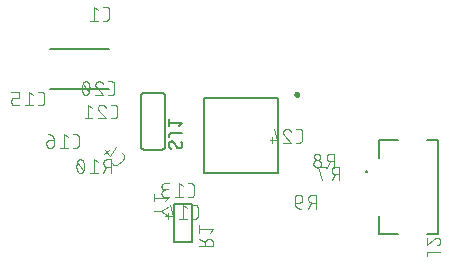
<source format=gbr>
G04 EAGLE Gerber RS-274X export*
G75*
%MOMM*%
%FSLAX34Y34*%
%LPD*%
%INSilkscreen Bottom*%
%IPPOS*%
%AMOC8*
5,1,8,0,0,1.08239X$1,22.5*%
G01*
%ADD10C,0.200000*%
%ADD11C,0.250000*%
%ADD12C,0.152400*%
%ADD13C,0.127000*%
%ADD14C,0.101600*%


D10*
X486069Y397593D02*
X423069Y397593D01*
X423069Y334593D01*
X486069Y334593D01*
X486069Y397593D01*
D11*
X500569Y401093D02*
X500571Y401163D01*
X500577Y401233D01*
X500587Y401302D01*
X500600Y401371D01*
X500618Y401439D01*
X500639Y401506D01*
X500664Y401571D01*
X500693Y401635D01*
X500725Y401698D01*
X500761Y401758D01*
X500800Y401816D01*
X500842Y401872D01*
X500887Y401926D01*
X500935Y401977D01*
X500986Y402025D01*
X501040Y402070D01*
X501096Y402112D01*
X501154Y402151D01*
X501214Y402187D01*
X501277Y402219D01*
X501341Y402248D01*
X501406Y402273D01*
X501473Y402294D01*
X501541Y402312D01*
X501610Y402325D01*
X501679Y402335D01*
X501749Y402341D01*
X501819Y402343D01*
X501889Y402341D01*
X501959Y402335D01*
X502028Y402325D01*
X502097Y402312D01*
X502165Y402294D01*
X502232Y402273D01*
X502297Y402248D01*
X502361Y402219D01*
X502424Y402187D01*
X502484Y402151D01*
X502542Y402112D01*
X502598Y402070D01*
X502652Y402025D01*
X502703Y401977D01*
X502751Y401926D01*
X502796Y401872D01*
X502838Y401816D01*
X502877Y401758D01*
X502913Y401698D01*
X502945Y401635D01*
X502974Y401571D01*
X502999Y401506D01*
X503020Y401439D01*
X503038Y401371D01*
X503051Y401302D01*
X503061Y401233D01*
X503067Y401163D01*
X503069Y401093D01*
X503067Y401023D01*
X503061Y400953D01*
X503051Y400884D01*
X503038Y400815D01*
X503020Y400747D01*
X502999Y400680D01*
X502974Y400615D01*
X502945Y400551D01*
X502913Y400488D01*
X502877Y400428D01*
X502838Y400370D01*
X502796Y400314D01*
X502751Y400260D01*
X502703Y400209D01*
X502652Y400161D01*
X502598Y400116D01*
X502542Y400074D01*
X502484Y400035D01*
X502424Y399999D01*
X502361Y399967D01*
X502297Y399938D01*
X502232Y399913D01*
X502165Y399892D01*
X502097Y399874D01*
X502028Y399861D01*
X501959Y399851D01*
X501889Y399845D01*
X501819Y399843D01*
X501749Y399845D01*
X501679Y399851D01*
X501610Y399861D01*
X501541Y399874D01*
X501473Y399892D01*
X501406Y399913D01*
X501341Y399938D01*
X501277Y399967D01*
X501214Y399999D01*
X501154Y400035D01*
X501096Y400074D01*
X501040Y400116D01*
X500986Y400161D01*
X500935Y400209D01*
X500887Y400260D01*
X500842Y400314D01*
X500800Y400370D01*
X500761Y400428D01*
X500725Y400488D01*
X500693Y400551D01*
X500664Y400615D01*
X500639Y400680D01*
X500618Y400747D01*
X500600Y400815D01*
X500587Y400884D01*
X500577Y400953D01*
X500571Y401023D01*
X500569Y401093D01*
D12*
X370058Y400088D02*
X370058Y356908D01*
X390378Y400088D02*
X390376Y400188D01*
X390370Y400287D01*
X390360Y400387D01*
X390347Y400485D01*
X390329Y400584D01*
X390308Y400681D01*
X390283Y400777D01*
X390254Y400873D01*
X390221Y400967D01*
X390185Y401060D01*
X390145Y401151D01*
X390101Y401241D01*
X390054Y401329D01*
X390004Y401415D01*
X389950Y401499D01*
X389893Y401581D01*
X389833Y401660D01*
X389769Y401738D01*
X389703Y401812D01*
X389634Y401884D01*
X389562Y401953D01*
X389488Y402019D01*
X389410Y402083D01*
X389331Y402143D01*
X389249Y402200D01*
X389165Y402254D01*
X389079Y402304D01*
X388991Y402351D01*
X388901Y402395D01*
X388810Y402435D01*
X388717Y402471D01*
X388623Y402504D01*
X388527Y402533D01*
X388431Y402558D01*
X388334Y402579D01*
X388235Y402597D01*
X388137Y402610D01*
X388037Y402620D01*
X387938Y402626D01*
X387838Y402628D01*
X390378Y356908D02*
X390376Y356808D01*
X390370Y356709D01*
X390360Y356609D01*
X390347Y356511D01*
X390329Y356412D01*
X390308Y356315D01*
X390283Y356219D01*
X390254Y356123D01*
X390221Y356029D01*
X390185Y355936D01*
X390145Y355845D01*
X390101Y355755D01*
X390054Y355667D01*
X390004Y355581D01*
X389950Y355497D01*
X389893Y355415D01*
X389833Y355336D01*
X389769Y355258D01*
X389703Y355184D01*
X389634Y355112D01*
X389562Y355043D01*
X389488Y354977D01*
X389410Y354913D01*
X389331Y354853D01*
X389249Y354796D01*
X389165Y354742D01*
X389079Y354692D01*
X388991Y354645D01*
X388901Y354601D01*
X388810Y354561D01*
X388717Y354525D01*
X388623Y354492D01*
X388527Y354463D01*
X388431Y354438D01*
X388334Y354417D01*
X388235Y354399D01*
X388137Y354386D01*
X388037Y354376D01*
X387938Y354370D01*
X387838Y354368D01*
X372598Y354368D02*
X372498Y354370D01*
X372399Y354376D01*
X372299Y354386D01*
X372201Y354399D01*
X372102Y354417D01*
X372005Y354438D01*
X371909Y354463D01*
X371813Y354492D01*
X371719Y354525D01*
X371626Y354561D01*
X371535Y354601D01*
X371445Y354645D01*
X371357Y354692D01*
X371271Y354742D01*
X371187Y354796D01*
X371105Y354853D01*
X371026Y354913D01*
X370948Y354977D01*
X370874Y355043D01*
X370802Y355112D01*
X370733Y355184D01*
X370667Y355258D01*
X370603Y355336D01*
X370543Y355415D01*
X370486Y355497D01*
X370432Y355581D01*
X370382Y355667D01*
X370335Y355755D01*
X370291Y355845D01*
X370251Y355936D01*
X370215Y356029D01*
X370182Y356123D01*
X370153Y356219D01*
X370128Y356315D01*
X370107Y356412D01*
X370089Y356511D01*
X370076Y356609D01*
X370066Y356709D01*
X370060Y356808D01*
X370058Y356908D01*
X370058Y400088D02*
X370060Y400188D01*
X370066Y400287D01*
X370076Y400387D01*
X370089Y400485D01*
X370107Y400584D01*
X370128Y400681D01*
X370153Y400777D01*
X370182Y400873D01*
X370215Y400967D01*
X370251Y401060D01*
X370291Y401151D01*
X370335Y401241D01*
X370382Y401329D01*
X370432Y401415D01*
X370486Y401499D01*
X370543Y401581D01*
X370603Y401660D01*
X370667Y401738D01*
X370733Y401812D01*
X370802Y401884D01*
X370874Y401953D01*
X370948Y402019D01*
X371026Y402083D01*
X371105Y402143D01*
X371187Y402200D01*
X371271Y402254D01*
X371357Y402304D01*
X371445Y402351D01*
X371535Y402395D01*
X371626Y402435D01*
X371719Y402471D01*
X371813Y402504D01*
X371909Y402533D01*
X372005Y402558D01*
X372102Y402579D01*
X372201Y402597D01*
X372299Y402610D01*
X372399Y402620D01*
X372498Y402626D01*
X372598Y402628D01*
X387838Y402628D01*
X387838Y354368D02*
X372598Y354368D01*
X390378Y356908D02*
X390378Y400088D01*
D13*
X396093Y361353D02*
X395993Y361351D01*
X395894Y361345D01*
X395794Y361335D01*
X395696Y361322D01*
X395597Y361304D01*
X395500Y361283D01*
X395404Y361258D01*
X395308Y361229D01*
X395214Y361196D01*
X395121Y361160D01*
X395030Y361120D01*
X394940Y361076D01*
X394852Y361029D01*
X394766Y360979D01*
X394682Y360925D01*
X394600Y360868D01*
X394521Y360808D01*
X394443Y360744D01*
X394369Y360678D01*
X394297Y360609D01*
X394228Y360537D01*
X394162Y360463D01*
X394098Y360385D01*
X394038Y360306D01*
X393981Y360224D01*
X393927Y360140D01*
X393877Y360054D01*
X393830Y359966D01*
X393786Y359876D01*
X393746Y359785D01*
X393710Y359692D01*
X393677Y359598D01*
X393648Y359502D01*
X393623Y359406D01*
X393602Y359309D01*
X393584Y359210D01*
X393571Y359112D01*
X393561Y359012D01*
X393555Y358913D01*
X393553Y358813D01*
X393552Y358813D02*
X393554Y358672D01*
X393559Y358531D01*
X393569Y358390D01*
X393582Y358249D01*
X393598Y358109D01*
X393619Y357969D01*
X393643Y357830D01*
X393671Y357691D01*
X393702Y357554D01*
X393737Y357417D01*
X393775Y357281D01*
X393817Y357146D01*
X393863Y357013D01*
X393912Y356880D01*
X393965Y356749D01*
X394021Y356620D01*
X394080Y356491D01*
X394143Y356365D01*
X394209Y356240D01*
X394278Y356117D01*
X394351Y355996D01*
X394427Y355877D01*
X394506Y355759D01*
X394587Y355644D01*
X394672Y355532D01*
X394760Y355421D01*
X394851Y355313D01*
X394944Y355207D01*
X395041Y355104D01*
X395140Y355003D01*
X402443Y355321D02*
X402543Y355323D01*
X402642Y355329D01*
X402742Y355339D01*
X402840Y355352D01*
X402939Y355370D01*
X403036Y355391D01*
X403132Y355416D01*
X403228Y355445D01*
X403322Y355478D01*
X403415Y355514D01*
X403506Y355554D01*
X403596Y355598D01*
X403684Y355645D01*
X403770Y355695D01*
X403854Y355749D01*
X403936Y355806D01*
X404015Y355866D01*
X404093Y355930D01*
X404167Y355996D01*
X404239Y356065D01*
X404308Y356137D01*
X404374Y356211D01*
X404438Y356289D01*
X404498Y356368D01*
X404555Y356450D01*
X404609Y356534D01*
X404659Y356620D01*
X404706Y356708D01*
X404750Y356798D01*
X404790Y356889D01*
X404826Y356982D01*
X404859Y357076D01*
X404888Y357172D01*
X404913Y357268D01*
X404934Y357365D01*
X404952Y357464D01*
X404965Y357562D01*
X404975Y357662D01*
X404981Y357761D01*
X404983Y357861D01*
X404981Y357994D01*
X404976Y358127D01*
X404966Y358260D01*
X404953Y358393D01*
X404936Y358525D01*
X404916Y358657D01*
X404892Y358788D01*
X404864Y358918D01*
X404833Y359048D01*
X404798Y359176D01*
X404759Y359304D01*
X404717Y359430D01*
X404671Y359555D01*
X404622Y359679D01*
X404570Y359802D01*
X404514Y359923D01*
X404454Y360042D01*
X404392Y360160D01*
X404326Y360275D01*
X404257Y360389D01*
X404184Y360501D01*
X404109Y360611D01*
X404030Y360719D01*
X400220Y356590D02*
X400272Y356506D01*
X400327Y356423D01*
X400386Y356343D01*
X400447Y356265D01*
X400511Y356190D01*
X400579Y356117D01*
X400649Y356046D01*
X400721Y355979D01*
X400796Y355914D01*
X400874Y355852D01*
X400954Y355793D01*
X401036Y355737D01*
X401120Y355685D01*
X401206Y355636D01*
X401294Y355590D01*
X401384Y355547D01*
X401475Y355508D01*
X401568Y355473D01*
X401662Y355441D01*
X401757Y355413D01*
X401853Y355388D01*
X401950Y355368D01*
X402048Y355350D01*
X402146Y355337D01*
X402245Y355328D01*
X402344Y355322D01*
X402443Y355320D01*
X398316Y360083D02*
X398264Y360167D01*
X398209Y360250D01*
X398150Y360330D01*
X398089Y360408D01*
X398025Y360483D01*
X397957Y360556D01*
X397887Y360627D01*
X397815Y360694D01*
X397740Y360759D01*
X397662Y360821D01*
X397582Y360880D01*
X397500Y360936D01*
X397416Y360988D01*
X397330Y361037D01*
X397242Y361083D01*
X397152Y361126D01*
X397061Y361165D01*
X396968Y361200D01*
X396874Y361232D01*
X396779Y361260D01*
X396683Y361285D01*
X396586Y361305D01*
X396488Y361323D01*
X396390Y361336D01*
X396291Y361345D01*
X396192Y361351D01*
X396093Y361353D01*
X398315Y360083D02*
X400220Y356591D01*
X396093Y368644D02*
X404983Y368644D01*
X396093Y368644D02*
X395993Y368642D01*
X395894Y368636D01*
X395794Y368626D01*
X395696Y368613D01*
X395597Y368595D01*
X395500Y368574D01*
X395404Y368549D01*
X395308Y368520D01*
X395214Y368487D01*
X395121Y368451D01*
X395030Y368411D01*
X394940Y368367D01*
X394852Y368320D01*
X394766Y368270D01*
X394682Y368216D01*
X394600Y368159D01*
X394521Y368099D01*
X394443Y368035D01*
X394369Y367969D01*
X394297Y367900D01*
X394228Y367828D01*
X394162Y367754D01*
X394098Y367676D01*
X394038Y367597D01*
X393981Y367515D01*
X393927Y367431D01*
X393877Y367345D01*
X393830Y367257D01*
X393786Y367167D01*
X393746Y367076D01*
X393710Y366983D01*
X393677Y366889D01*
X393648Y366793D01*
X393623Y366697D01*
X393602Y366600D01*
X393584Y366501D01*
X393571Y366403D01*
X393561Y366303D01*
X393555Y366204D01*
X393553Y366104D01*
X393553Y364834D01*
X402443Y374053D02*
X404983Y377228D01*
X393553Y377228D01*
X393553Y374053D02*
X393553Y380403D01*
X398267Y307970D02*
X398267Y275966D01*
X413253Y275966D01*
X413253Y307970D01*
X398267Y307970D01*
D14*
X392527Y298302D02*
X386998Y302205D01*
X392527Y306108D01*
X386998Y302205D02*
X380819Y302205D01*
X389925Y310405D02*
X392527Y313657D01*
X380819Y313657D01*
X380819Y310405D02*
X380819Y316909D01*
D13*
X343028Y439770D02*
X293028Y439770D01*
X293028Y405770D02*
X343028Y405770D01*
D14*
X537874Y339910D02*
X537874Y328226D01*
X537874Y339910D02*
X534629Y339910D01*
X534629Y339911D02*
X534516Y339909D01*
X534403Y339903D01*
X534290Y339893D01*
X534177Y339879D01*
X534065Y339862D01*
X533954Y339840D01*
X533844Y339815D01*
X533734Y339785D01*
X533626Y339752D01*
X533519Y339715D01*
X533413Y339675D01*
X533309Y339630D01*
X533206Y339582D01*
X533105Y339531D01*
X533006Y339476D01*
X532909Y339418D01*
X532814Y339356D01*
X532721Y339291D01*
X532631Y339223D01*
X532543Y339152D01*
X532457Y339077D01*
X532374Y339000D01*
X532294Y338920D01*
X532217Y338837D01*
X532142Y338751D01*
X532071Y338663D01*
X532003Y338573D01*
X531938Y338480D01*
X531876Y338385D01*
X531818Y338288D01*
X531763Y338189D01*
X531712Y338088D01*
X531664Y337985D01*
X531619Y337881D01*
X531579Y337775D01*
X531542Y337668D01*
X531509Y337560D01*
X531479Y337450D01*
X531454Y337340D01*
X531432Y337229D01*
X531415Y337117D01*
X531401Y337004D01*
X531391Y336891D01*
X531385Y336778D01*
X531383Y336665D01*
X531385Y336552D01*
X531391Y336439D01*
X531401Y336326D01*
X531415Y336213D01*
X531432Y336101D01*
X531454Y335990D01*
X531479Y335880D01*
X531509Y335770D01*
X531542Y335662D01*
X531579Y335555D01*
X531619Y335449D01*
X531664Y335345D01*
X531712Y335242D01*
X531763Y335141D01*
X531818Y335042D01*
X531876Y334945D01*
X531938Y334850D01*
X532003Y334757D01*
X532071Y334667D01*
X532142Y334579D01*
X532217Y334493D01*
X532294Y334410D01*
X532374Y334330D01*
X532457Y334253D01*
X532543Y334178D01*
X532631Y334107D01*
X532721Y334039D01*
X532814Y333974D01*
X532909Y333912D01*
X533006Y333854D01*
X533105Y333799D01*
X533206Y333748D01*
X533309Y333700D01*
X533413Y333655D01*
X533519Y333615D01*
X533626Y333578D01*
X533734Y333545D01*
X533844Y333515D01*
X533954Y333490D01*
X534065Y333468D01*
X534177Y333451D01*
X534290Y333437D01*
X534403Y333427D01*
X534516Y333421D01*
X534629Y333419D01*
X537874Y333419D01*
X533980Y333419D02*
X531383Y328226D01*
X526518Y338612D02*
X526518Y339910D01*
X520027Y339910D01*
X523272Y328226D01*
X533735Y339105D02*
X533735Y350789D01*
X530490Y350789D01*
X530490Y350790D02*
X530377Y350788D01*
X530264Y350782D01*
X530151Y350772D01*
X530038Y350758D01*
X529926Y350741D01*
X529815Y350719D01*
X529705Y350694D01*
X529595Y350664D01*
X529487Y350631D01*
X529380Y350594D01*
X529274Y350554D01*
X529170Y350509D01*
X529067Y350461D01*
X528966Y350410D01*
X528867Y350355D01*
X528770Y350297D01*
X528675Y350235D01*
X528582Y350170D01*
X528492Y350102D01*
X528404Y350031D01*
X528318Y349956D01*
X528235Y349879D01*
X528155Y349799D01*
X528078Y349716D01*
X528003Y349630D01*
X527932Y349542D01*
X527864Y349452D01*
X527799Y349359D01*
X527737Y349264D01*
X527679Y349167D01*
X527624Y349068D01*
X527573Y348967D01*
X527525Y348864D01*
X527480Y348760D01*
X527440Y348654D01*
X527403Y348547D01*
X527370Y348439D01*
X527340Y348329D01*
X527315Y348219D01*
X527293Y348108D01*
X527276Y347996D01*
X527262Y347883D01*
X527252Y347770D01*
X527246Y347657D01*
X527244Y347544D01*
X527246Y347431D01*
X527252Y347318D01*
X527262Y347205D01*
X527276Y347092D01*
X527293Y346980D01*
X527315Y346869D01*
X527340Y346759D01*
X527370Y346649D01*
X527403Y346541D01*
X527440Y346434D01*
X527480Y346328D01*
X527525Y346224D01*
X527573Y346121D01*
X527624Y346020D01*
X527679Y345921D01*
X527737Y345824D01*
X527799Y345729D01*
X527864Y345636D01*
X527932Y345546D01*
X528003Y345458D01*
X528078Y345372D01*
X528155Y345289D01*
X528235Y345209D01*
X528318Y345132D01*
X528404Y345057D01*
X528492Y344986D01*
X528582Y344918D01*
X528675Y344853D01*
X528770Y344791D01*
X528867Y344733D01*
X528966Y344678D01*
X529067Y344627D01*
X529170Y344579D01*
X529274Y344534D01*
X529380Y344494D01*
X529487Y344457D01*
X529595Y344424D01*
X529705Y344394D01*
X529815Y344369D01*
X529926Y344347D01*
X530038Y344330D01*
X530151Y344316D01*
X530264Y344306D01*
X530377Y344300D01*
X530490Y344298D01*
X533735Y344298D01*
X529841Y344298D02*
X527244Y339105D01*
X522379Y342351D02*
X522377Y342464D01*
X522371Y342577D01*
X522361Y342690D01*
X522347Y342803D01*
X522330Y342915D01*
X522308Y343026D01*
X522283Y343136D01*
X522253Y343246D01*
X522220Y343354D01*
X522183Y343461D01*
X522143Y343567D01*
X522098Y343671D01*
X522050Y343774D01*
X521999Y343875D01*
X521944Y343974D01*
X521886Y344071D01*
X521824Y344166D01*
X521759Y344259D01*
X521691Y344349D01*
X521620Y344437D01*
X521545Y344523D01*
X521468Y344606D01*
X521388Y344686D01*
X521305Y344763D01*
X521219Y344838D01*
X521131Y344909D01*
X521041Y344977D01*
X520948Y345042D01*
X520853Y345104D01*
X520756Y345162D01*
X520657Y345217D01*
X520556Y345268D01*
X520453Y345316D01*
X520349Y345361D01*
X520243Y345401D01*
X520136Y345438D01*
X520028Y345471D01*
X519918Y345501D01*
X519808Y345526D01*
X519697Y345548D01*
X519585Y345565D01*
X519472Y345579D01*
X519359Y345589D01*
X519246Y345595D01*
X519133Y345597D01*
X519020Y345595D01*
X518907Y345589D01*
X518794Y345579D01*
X518681Y345565D01*
X518569Y345548D01*
X518458Y345526D01*
X518348Y345501D01*
X518238Y345471D01*
X518130Y345438D01*
X518023Y345401D01*
X517917Y345361D01*
X517813Y345316D01*
X517710Y345268D01*
X517609Y345217D01*
X517510Y345162D01*
X517413Y345104D01*
X517318Y345042D01*
X517225Y344977D01*
X517135Y344909D01*
X517047Y344838D01*
X516961Y344763D01*
X516878Y344686D01*
X516798Y344606D01*
X516721Y344523D01*
X516646Y344437D01*
X516575Y344349D01*
X516507Y344259D01*
X516442Y344166D01*
X516380Y344071D01*
X516322Y343974D01*
X516267Y343875D01*
X516216Y343774D01*
X516168Y343671D01*
X516123Y343567D01*
X516083Y343461D01*
X516046Y343354D01*
X516013Y343246D01*
X515983Y343136D01*
X515958Y343026D01*
X515936Y342915D01*
X515919Y342803D01*
X515905Y342690D01*
X515895Y342577D01*
X515889Y342464D01*
X515887Y342351D01*
X515889Y342238D01*
X515895Y342125D01*
X515905Y342012D01*
X515919Y341899D01*
X515936Y341787D01*
X515958Y341676D01*
X515983Y341566D01*
X516013Y341456D01*
X516046Y341348D01*
X516083Y341241D01*
X516123Y341135D01*
X516168Y341031D01*
X516216Y340928D01*
X516267Y340827D01*
X516322Y340728D01*
X516380Y340631D01*
X516442Y340536D01*
X516507Y340443D01*
X516575Y340353D01*
X516646Y340265D01*
X516721Y340179D01*
X516798Y340096D01*
X516878Y340016D01*
X516961Y339939D01*
X517047Y339864D01*
X517135Y339793D01*
X517225Y339725D01*
X517318Y339660D01*
X517413Y339598D01*
X517510Y339540D01*
X517609Y339485D01*
X517710Y339434D01*
X517813Y339386D01*
X517917Y339341D01*
X518023Y339301D01*
X518130Y339264D01*
X518238Y339231D01*
X518348Y339201D01*
X518458Y339176D01*
X518569Y339154D01*
X518681Y339137D01*
X518794Y339123D01*
X518907Y339113D01*
X519020Y339107D01*
X519133Y339105D01*
X519246Y339107D01*
X519359Y339113D01*
X519472Y339123D01*
X519585Y339137D01*
X519697Y339154D01*
X519808Y339176D01*
X519918Y339201D01*
X520028Y339231D01*
X520136Y339264D01*
X520243Y339301D01*
X520349Y339341D01*
X520453Y339386D01*
X520556Y339434D01*
X520657Y339485D01*
X520756Y339540D01*
X520853Y339598D01*
X520948Y339660D01*
X521041Y339725D01*
X521131Y339793D01*
X521219Y339864D01*
X521305Y339939D01*
X521388Y340016D01*
X521468Y340096D01*
X521545Y340179D01*
X521620Y340265D01*
X521691Y340353D01*
X521759Y340443D01*
X521824Y340536D01*
X521886Y340631D01*
X521944Y340728D01*
X521999Y340827D01*
X522050Y340928D01*
X522098Y341031D01*
X522143Y341135D01*
X522183Y341241D01*
X522220Y341348D01*
X522253Y341456D01*
X522283Y341566D01*
X522308Y341676D01*
X522330Y341787D01*
X522347Y341899D01*
X522361Y342012D01*
X522371Y342125D01*
X522377Y342238D01*
X522379Y342351D01*
X521729Y348193D02*
X521727Y348294D01*
X521721Y348394D01*
X521711Y348494D01*
X521698Y348594D01*
X521680Y348693D01*
X521659Y348792D01*
X521634Y348889D01*
X521605Y348986D01*
X521572Y349081D01*
X521536Y349175D01*
X521496Y349267D01*
X521453Y349358D01*
X521406Y349447D01*
X521356Y349534D01*
X521302Y349620D01*
X521245Y349703D01*
X521185Y349783D01*
X521122Y349862D01*
X521055Y349938D01*
X520986Y350011D01*
X520914Y350081D01*
X520840Y350149D01*
X520763Y350214D01*
X520683Y350275D01*
X520601Y350334D01*
X520517Y350389D01*
X520431Y350441D01*
X520343Y350490D01*
X520253Y350535D01*
X520161Y350577D01*
X520068Y350615D01*
X519973Y350649D01*
X519878Y350680D01*
X519781Y350707D01*
X519683Y350730D01*
X519584Y350750D01*
X519484Y350765D01*
X519384Y350777D01*
X519284Y350785D01*
X519183Y350789D01*
X519083Y350789D01*
X518982Y350785D01*
X518882Y350777D01*
X518782Y350765D01*
X518682Y350750D01*
X518583Y350730D01*
X518485Y350707D01*
X518388Y350680D01*
X518293Y350649D01*
X518198Y350615D01*
X518105Y350577D01*
X518013Y350535D01*
X517923Y350490D01*
X517835Y350441D01*
X517749Y350389D01*
X517665Y350334D01*
X517583Y350275D01*
X517503Y350214D01*
X517426Y350149D01*
X517352Y350081D01*
X517280Y350011D01*
X517211Y349938D01*
X517144Y349862D01*
X517081Y349783D01*
X517021Y349703D01*
X516964Y349620D01*
X516910Y349534D01*
X516860Y349447D01*
X516813Y349358D01*
X516770Y349267D01*
X516730Y349175D01*
X516694Y349081D01*
X516661Y348986D01*
X516632Y348889D01*
X516607Y348792D01*
X516586Y348693D01*
X516568Y348594D01*
X516555Y348494D01*
X516545Y348394D01*
X516539Y348294D01*
X516537Y348193D01*
X516539Y348092D01*
X516545Y347992D01*
X516555Y347892D01*
X516568Y347792D01*
X516586Y347693D01*
X516607Y347594D01*
X516632Y347497D01*
X516661Y347400D01*
X516694Y347305D01*
X516730Y347211D01*
X516770Y347119D01*
X516813Y347028D01*
X516860Y346939D01*
X516910Y346852D01*
X516964Y346766D01*
X517021Y346683D01*
X517081Y346603D01*
X517144Y346524D01*
X517211Y346448D01*
X517280Y346375D01*
X517352Y346305D01*
X517426Y346237D01*
X517503Y346172D01*
X517583Y346111D01*
X517665Y346052D01*
X517749Y345997D01*
X517835Y345945D01*
X517923Y345896D01*
X518013Y345851D01*
X518105Y345809D01*
X518198Y345771D01*
X518293Y345737D01*
X518388Y345706D01*
X518485Y345679D01*
X518583Y345656D01*
X518682Y345636D01*
X518782Y345621D01*
X518882Y345609D01*
X518982Y345601D01*
X519083Y345597D01*
X519183Y345597D01*
X519284Y345601D01*
X519384Y345609D01*
X519484Y345621D01*
X519584Y345636D01*
X519683Y345656D01*
X519781Y345679D01*
X519878Y345706D01*
X519973Y345737D01*
X520068Y345771D01*
X520161Y345809D01*
X520253Y345851D01*
X520343Y345896D01*
X520431Y345945D01*
X520517Y345997D01*
X520601Y346052D01*
X520683Y346111D01*
X520763Y346172D01*
X520840Y346237D01*
X520914Y346305D01*
X520986Y346375D01*
X521055Y346448D01*
X521122Y346524D01*
X521185Y346603D01*
X521245Y346683D01*
X521302Y346766D01*
X521356Y346852D01*
X521406Y346939D01*
X521453Y347028D01*
X521496Y347119D01*
X521536Y347211D01*
X521572Y347305D01*
X521605Y347400D01*
X521634Y347497D01*
X521659Y347594D01*
X521680Y347693D01*
X521698Y347792D01*
X521711Y347892D01*
X521721Y347992D01*
X521727Y348092D01*
X521729Y348193D01*
X517911Y315938D02*
X517911Y304254D01*
X517911Y315938D02*
X514666Y315938D01*
X514553Y315936D01*
X514440Y315930D01*
X514327Y315920D01*
X514214Y315906D01*
X514102Y315889D01*
X513991Y315867D01*
X513881Y315842D01*
X513771Y315812D01*
X513663Y315779D01*
X513556Y315742D01*
X513450Y315702D01*
X513346Y315657D01*
X513243Y315609D01*
X513142Y315558D01*
X513043Y315503D01*
X512946Y315445D01*
X512851Y315383D01*
X512758Y315318D01*
X512668Y315250D01*
X512580Y315179D01*
X512494Y315104D01*
X512411Y315027D01*
X512331Y314947D01*
X512254Y314864D01*
X512179Y314778D01*
X512108Y314690D01*
X512040Y314600D01*
X511975Y314507D01*
X511913Y314412D01*
X511855Y314315D01*
X511800Y314216D01*
X511749Y314115D01*
X511701Y314012D01*
X511656Y313908D01*
X511616Y313802D01*
X511579Y313695D01*
X511546Y313587D01*
X511516Y313477D01*
X511491Y313367D01*
X511469Y313256D01*
X511452Y313144D01*
X511438Y313031D01*
X511428Y312918D01*
X511422Y312805D01*
X511420Y312692D01*
X511422Y312579D01*
X511428Y312466D01*
X511438Y312353D01*
X511452Y312240D01*
X511469Y312128D01*
X511491Y312017D01*
X511516Y311907D01*
X511546Y311797D01*
X511579Y311689D01*
X511616Y311582D01*
X511656Y311476D01*
X511701Y311372D01*
X511749Y311269D01*
X511800Y311168D01*
X511855Y311069D01*
X511913Y310972D01*
X511975Y310877D01*
X512040Y310784D01*
X512108Y310694D01*
X512179Y310606D01*
X512254Y310520D01*
X512331Y310437D01*
X512411Y310357D01*
X512494Y310280D01*
X512580Y310205D01*
X512668Y310134D01*
X512758Y310066D01*
X512851Y310001D01*
X512946Y309939D01*
X513043Y309881D01*
X513142Y309826D01*
X513243Y309775D01*
X513346Y309727D01*
X513450Y309682D01*
X513556Y309642D01*
X513663Y309605D01*
X513771Y309572D01*
X513881Y309542D01*
X513991Y309517D01*
X514102Y309495D01*
X514214Y309478D01*
X514327Y309464D01*
X514440Y309454D01*
X514553Y309448D01*
X514666Y309446D01*
X514666Y309447D02*
X517911Y309447D01*
X514016Y309447D02*
X511420Y304254D01*
X503958Y309447D02*
X500064Y309447D01*
X503958Y309447D02*
X504057Y309449D01*
X504157Y309455D01*
X504256Y309464D01*
X504354Y309477D01*
X504452Y309494D01*
X504550Y309515D01*
X504646Y309540D01*
X504741Y309568D01*
X504835Y309600D01*
X504928Y309635D01*
X505020Y309674D01*
X505110Y309717D01*
X505198Y309762D01*
X505285Y309812D01*
X505369Y309864D01*
X505452Y309920D01*
X505532Y309978D01*
X505610Y310040D01*
X505685Y310105D01*
X505758Y310173D01*
X505828Y310243D01*
X505896Y310316D01*
X505961Y310391D01*
X506023Y310469D01*
X506081Y310549D01*
X506137Y310632D01*
X506189Y310716D01*
X506239Y310803D01*
X506284Y310891D01*
X506327Y310981D01*
X506366Y311073D01*
X506401Y311166D01*
X506433Y311260D01*
X506461Y311355D01*
X506486Y311451D01*
X506507Y311549D01*
X506524Y311647D01*
X506537Y311745D01*
X506546Y311844D01*
X506552Y311944D01*
X506554Y312043D01*
X506555Y312043D02*
X506555Y312692D01*
X506553Y312805D01*
X506547Y312918D01*
X506537Y313031D01*
X506523Y313144D01*
X506506Y313256D01*
X506484Y313367D01*
X506459Y313477D01*
X506429Y313587D01*
X506396Y313695D01*
X506359Y313802D01*
X506319Y313908D01*
X506274Y314012D01*
X506226Y314115D01*
X506175Y314216D01*
X506120Y314315D01*
X506062Y314412D01*
X506000Y314507D01*
X505935Y314600D01*
X505867Y314690D01*
X505796Y314778D01*
X505721Y314864D01*
X505644Y314947D01*
X505564Y315027D01*
X505481Y315104D01*
X505395Y315179D01*
X505307Y315250D01*
X505217Y315318D01*
X505124Y315383D01*
X505029Y315445D01*
X504932Y315503D01*
X504833Y315558D01*
X504732Y315609D01*
X504629Y315657D01*
X504525Y315702D01*
X504419Y315742D01*
X504312Y315779D01*
X504204Y315812D01*
X504094Y315842D01*
X503984Y315867D01*
X503873Y315889D01*
X503761Y315906D01*
X503648Y315920D01*
X503535Y315930D01*
X503422Y315936D01*
X503309Y315938D01*
X503196Y315936D01*
X503083Y315930D01*
X502970Y315920D01*
X502857Y315906D01*
X502745Y315889D01*
X502634Y315867D01*
X502524Y315842D01*
X502414Y315812D01*
X502306Y315779D01*
X502199Y315742D01*
X502093Y315702D01*
X501989Y315657D01*
X501886Y315609D01*
X501785Y315558D01*
X501686Y315503D01*
X501589Y315445D01*
X501494Y315383D01*
X501401Y315318D01*
X501311Y315250D01*
X501223Y315179D01*
X501137Y315104D01*
X501054Y315027D01*
X500974Y314947D01*
X500897Y314864D01*
X500822Y314778D01*
X500751Y314690D01*
X500683Y314600D01*
X500618Y314507D01*
X500556Y314412D01*
X500498Y314315D01*
X500443Y314216D01*
X500392Y314115D01*
X500344Y314012D01*
X500299Y313908D01*
X500259Y313802D01*
X500222Y313695D01*
X500189Y313587D01*
X500159Y313477D01*
X500134Y313367D01*
X500112Y313256D01*
X500095Y313144D01*
X500081Y313031D01*
X500071Y312918D01*
X500065Y312805D01*
X500063Y312692D01*
X500064Y312692D02*
X500064Y309447D01*
X500066Y309304D01*
X500072Y309161D01*
X500082Y309018D01*
X500096Y308876D01*
X500113Y308734D01*
X500135Y308592D01*
X500160Y308451D01*
X500190Y308311D01*
X500223Y308172D01*
X500260Y308034D01*
X500301Y307897D01*
X500345Y307761D01*
X500394Y307626D01*
X500446Y307493D01*
X500501Y307361D01*
X500561Y307231D01*
X500624Y307102D01*
X500690Y306975D01*
X500760Y306851D01*
X500833Y306728D01*
X500910Y306607D01*
X500990Y306488D01*
X501073Y306372D01*
X501159Y306257D01*
X501248Y306146D01*
X501341Y306036D01*
X501436Y305930D01*
X501535Y305826D01*
X501636Y305725D01*
X501740Y305626D01*
X501846Y305531D01*
X501956Y305438D01*
X502067Y305349D01*
X502182Y305263D01*
X502298Y305180D01*
X502417Y305100D01*
X502538Y305023D01*
X502660Y304950D01*
X502785Y304880D01*
X502912Y304814D01*
X503041Y304751D01*
X503171Y304691D01*
X503303Y304636D01*
X503436Y304584D01*
X503571Y304535D01*
X503707Y304491D01*
X503844Y304450D01*
X503982Y304413D01*
X504121Y304380D01*
X504261Y304350D01*
X504402Y304325D01*
X504544Y304303D01*
X504686Y304286D01*
X504828Y304272D01*
X504971Y304262D01*
X505114Y304256D01*
X505257Y304254D01*
X344537Y334411D02*
X344537Y346095D01*
X341292Y346095D01*
X341292Y346096D02*
X341179Y346094D01*
X341066Y346088D01*
X340953Y346078D01*
X340840Y346064D01*
X340728Y346047D01*
X340617Y346025D01*
X340507Y346000D01*
X340397Y345970D01*
X340289Y345937D01*
X340182Y345900D01*
X340076Y345860D01*
X339972Y345815D01*
X339869Y345767D01*
X339768Y345716D01*
X339669Y345661D01*
X339572Y345603D01*
X339477Y345541D01*
X339384Y345476D01*
X339294Y345408D01*
X339206Y345337D01*
X339120Y345262D01*
X339037Y345185D01*
X338957Y345105D01*
X338880Y345022D01*
X338805Y344936D01*
X338734Y344848D01*
X338666Y344758D01*
X338601Y344665D01*
X338539Y344570D01*
X338481Y344473D01*
X338426Y344374D01*
X338375Y344273D01*
X338327Y344170D01*
X338282Y344066D01*
X338242Y343960D01*
X338205Y343853D01*
X338172Y343745D01*
X338142Y343635D01*
X338117Y343525D01*
X338095Y343414D01*
X338078Y343302D01*
X338064Y343189D01*
X338054Y343076D01*
X338048Y342963D01*
X338046Y342850D01*
X338048Y342737D01*
X338054Y342624D01*
X338064Y342511D01*
X338078Y342398D01*
X338095Y342286D01*
X338117Y342175D01*
X338142Y342065D01*
X338172Y341955D01*
X338205Y341847D01*
X338242Y341740D01*
X338282Y341634D01*
X338327Y341530D01*
X338375Y341427D01*
X338426Y341326D01*
X338481Y341227D01*
X338539Y341130D01*
X338601Y341035D01*
X338666Y340942D01*
X338734Y340852D01*
X338805Y340764D01*
X338880Y340678D01*
X338957Y340595D01*
X339037Y340515D01*
X339120Y340438D01*
X339206Y340363D01*
X339294Y340292D01*
X339384Y340224D01*
X339477Y340159D01*
X339572Y340097D01*
X339669Y340039D01*
X339768Y339984D01*
X339869Y339933D01*
X339972Y339885D01*
X340076Y339840D01*
X340182Y339800D01*
X340289Y339763D01*
X340397Y339730D01*
X340507Y339700D01*
X340617Y339675D01*
X340728Y339653D01*
X340840Y339636D01*
X340953Y339622D01*
X341066Y339612D01*
X341179Y339606D01*
X341292Y339604D01*
X344537Y339604D01*
X340643Y339604D02*
X338046Y334411D01*
X333181Y343499D02*
X329935Y346095D01*
X329935Y334411D01*
X326690Y334411D02*
X333181Y334411D01*
X321751Y340253D02*
X321748Y340483D01*
X321740Y340713D01*
X321726Y340942D01*
X321707Y341171D01*
X321682Y341400D01*
X321652Y341628D01*
X321617Y341855D01*
X321576Y342081D01*
X321530Y342306D01*
X321478Y342530D01*
X321421Y342753D01*
X321359Y342974D01*
X321291Y343194D01*
X321218Y343412D01*
X321140Y343628D01*
X321057Y343842D01*
X320969Y344055D01*
X320876Y344265D01*
X320777Y344472D01*
X320777Y344473D02*
X320744Y344563D01*
X320708Y344652D01*
X320668Y344740D01*
X320624Y344825D01*
X320577Y344909D01*
X320527Y344991D01*
X320473Y345071D01*
X320417Y345148D01*
X320357Y345224D01*
X320294Y345297D01*
X320229Y345367D01*
X320160Y345435D01*
X320089Y345499D01*
X320016Y345561D01*
X319940Y345620D01*
X319862Y345676D01*
X319781Y345729D01*
X319699Y345778D01*
X319615Y345824D01*
X319528Y345867D01*
X319441Y345906D01*
X319351Y345942D01*
X319261Y345974D01*
X319169Y346002D01*
X319076Y346027D01*
X318982Y346048D01*
X318888Y346065D01*
X318793Y346079D01*
X318697Y346088D01*
X318601Y346094D01*
X318505Y346096D01*
X318409Y346094D01*
X318313Y346088D01*
X318217Y346079D01*
X318122Y346065D01*
X318028Y346048D01*
X317934Y346027D01*
X317841Y346002D01*
X317749Y345974D01*
X317659Y345942D01*
X317569Y345906D01*
X317482Y345867D01*
X317395Y345824D01*
X317311Y345778D01*
X317229Y345729D01*
X317148Y345676D01*
X317070Y345620D01*
X316994Y345561D01*
X316921Y345499D01*
X316850Y345435D01*
X316781Y345367D01*
X316716Y345297D01*
X316653Y345224D01*
X316593Y345149D01*
X316537Y345071D01*
X316483Y344991D01*
X316433Y344909D01*
X316386Y344825D01*
X316343Y344740D01*
X316302Y344652D01*
X316266Y344563D01*
X316233Y344473D01*
X316234Y344472D02*
X316135Y344264D01*
X316042Y344054D01*
X315954Y343842D01*
X315871Y343628D01*
X315793Y343411D01*
X315720Y343193D01*
X315652Y342974D01*
X315590Y342752D01*
X315533Y342530D01*
X315481Y342306D01*
X315435Y342081D01*
X315394Y341855D01*
X315359Y341627D01*
X315329Y341400D01*
X315304Y341171D01*
X315285Y340942D01*
X315271Y340713D01*
X315263Y340483D01*
X315260Y340253D01*
X321751Y340253D02*
X321748Y340023D01*
X321740Y339793D01*
X321726Y339564D01*
X321707Y339335D01*
X321682Y339106D01*
X321652Y338878D01*
X321617Y338651D01*
X321576Y338425D01*
X321530Y338200D01*
X321478Y337976D01*
X321421Y337753D01*
X321359Y337532D01*
X321291Y337312D01*
X321218Y337094D01*
X321140Y336878D01*
X321057Y336664D01*
X320969Y336452D01*
X320876Y336241D01*
X320777Y336034D01*
X320744Y335944D01*
X320708Y335855D01*
X320667Y335767D01*
X320624Y335682D01*
X320577Y335598D01*
X320527Y335516D01*
X320473Y335436D01*
X320417Y335359D01*
X320357Y335283D01*
X320294Y335210D01*
X320229Y335140D01*
X320160Y335072D01*
X320089Y335008D01*
X320016Y334946D01*
X319940Y334887D01*
X319862Y334831D01*
X319781Y334778D01*
X319699Y334729D01*
X319615Y334683D01*
X319528Y334640D01*
X319441Y334601D01*
X319351Y334565D01*
X319261Y334533D01*
X319169Y334505D01*
X319076Y334480D01*
X318982Y334459D01*
X318888Y334442D01*
X318793Y334428D01*
X318697Y334419D01*
X318601Y334413D01*
X318505Y334411D01*
X316233Y336034D02*
X316134Y336241D01*
X316041Y336452D01*
X315953Y336664D01*
X315870Y336878D01*
X315792Y337094D01*
X315719Y337312D01*
X315651Y337532D01*
X315589Y337753D01*
X315532Y337976D01*
X315480Y338200D01*
X315434Y338425D01*
X315393Y338651D01*
X315358Y338878D01*
X315328Y339106D01*
X315303Y339335D01*
X315284Y339564D01*
X315270Y339793D01*
X315262Y340023D01*
X315259Y340253D01*
X316233Y336034D02*
X316266Y335944D01*
X316302Y335855D01*
X316343Y335767D01*
X316386Y335682D01*
X316433Y335598D01*
X316483Y335516D01*
X316537Y335436D01*
X316593Y335358D01*
X316653Y335283D01*
X316716Y335210D01*
X316781Y335140D01*
X316850Y335072D01*
X316921Y335008D01*
X316994Y334946D01*
X317070Y334887D01*
X317148Y334831D01*
X317229Y334778D01*
X317311Y334729D01*
X317395Y334683D01*
X317482Y334640D01*
X317569Y334601D01*
X317659Y334565D01*
X317749Y334533D01*
X317841Y334505D01*
X317934Y334480D01*
X318028Y334459D01*
X318122Y334442D01*
X318217Y334428D01*
X318313Y334419D01*
X318409Y334413D01*
X318505Y334411D01*
X321102Y337008D02*
X315909Y343499D01*
X409510Y314051D02*
X412107Y314051D01*
X412206Y314053D01*
X412306Y314059D01*
X412405Y314068D01*
X412503Y314081D01*
X412601Y314098D01*
X412699Y314119D01*
X412795Y314144D01*
X412890Y314172D01*
X412984Y314204D01*
X413077Y314239D01*
X413169Y314278D01*
X413259Y314321D01*
X413347Y314366D01*
X413434Y314416D01*
X413518Y314468D01*
X413601Y314524D01*
X413681Y314582D01*
X413759Y314644D01*
X413834Y314709D01*
X413907Y314777D01*
X413977Y314847D01*
X414045Y314920D01*
X414110Y314995D01*
X414172Y315073D01*
X414230Y315153D01*
X414286Y315236D01*
X414338Y315320D01*
X414388Y315407D01*
X414433Y315495D01*
X414476Y315585D01*
X414515Y315677D01*
X414550Y315770D01*
X414582Y315864D01*
X414610Y315959D01*
X414635Y316055D01*
X414656Y316153D01*
X414673Y316251D01*
X414686Y316349D01*
X414695Y316448D01*
X414701Y316548D01*
X414703Y316647D01*
X414703Y323138D01*
X414701Y323237D01*
X414695Y323337D01*
X414686Y323436D01*
X414673Y323534D01*
X414656Y323632D01*
X414635Y323730D01*
X414610Y323826D01*
X414582Y323921D01*
X414550Y324015D01*
X414515Y324108D01*
X414476Y324200D01*
X414433Y324290D01*
X414388Y324378D01*
X414338Y324465D01*
X414286Y324549D01*
X414230Y324632D01*
X414172Y324712D01*
X414110Y324790D01*
X414045Y324865D01*
X413977Y324938D01*
X413907Y325008D01*
X413834Y325076D01*
X413759Y325141D01*
X413681Y325203D01*
X413601Y325261D01*
X413518Y325317D01*
X413434Y325369D01*
X413347Y325419D01*
X413259Y325464D01*
X413169Y325507D01*
X413077Y325546D01*
X412984Y325581D01*
X412890Y325613D01*
X412795Y325641D01*
X412699Y325666D01*
X412601Y325687D01*
X412503Y325704D01*
X412405Y325717D01*
X412306Y325726D01*
X412206Y325732D01*
X412107Y325734D01*
X412107Y325735D02*
X409510Y325735D01*
X405145Y323138D02*
X401900Y325735D01*
X401900Y314051D01*
X405145Y314051D02*
X398654Y314051D01*
X393715Y314051D02*
X390470Y314051D01*
X390470Y314050D02*
X390357Y314052D01*
X390244Y314058D01*
X390131Y314068D01*
X390018Y314082D01*
X389906Y314099D01*
X389795Y314121D01*
X389685Y314146D01*
X389575Y314176D01*
X389467Y314209D01*
X389360Y314246D01*
X389254Y314286D01*
X389150Y314331D01*
X389047Y314379D01*
X388946Y314430D01*
X388847Y314485D01*
X388750Y314543D01*
X388655Y314605D01*
X388562Y314670D01*
X388472Y314738D01*
X388384Y314809D01*
X388298Y314884D01*
X388215Y314961D01*
X388135Y315041D01*
X388058Y315124D01*
X387983Y315210D01*
X387912Y315298D01*
X387844Y315388D01*
X387779Y315481D01*
X387717Y315576D01*
X387659Y315673D01*
X387604Y315772D01*
X387553Y315873D01*
X387505Y315976D01*
X387460Y316080D01*
X387420Y316186D01*
X387383Y316293D01*
X387350Y316401D01*
X387320Y316511D01*
X387295Y316621D01*
X387273Y316732D01*
X387256Y316844D01*
X387242Y316957D01*
X387232Y317070D01*
X387226Y317183D01*
X387224Y317296D01*
X387226Y317409D01*
X387232Y317522D01*
X387242Y317635D01*
X387256Y317748D01*
X387273Y317860D01*
X387295Y317971D01*
X387320Y318081D01*
X387350Y318191D01*
X387383Y318299D01*
X387420Y318406D01*
X387460Y318512D01*
X387505Y318616D01*
X387553Y318719D01*
X387604Y318820D01*
X387659Y318919D01*
X387717Y319016D01*
X387779Y319111D01*
X387844Y319204D01*
X387912Y319294D01*
X387983Y319382D01*
X388058Y319468D01*
X388135Y319551D01*
X388215Y319631D01*
X388298Y319708D01*
X388384Y319783D01*
X388472Y319854D01*
X388562Y319922D01*
X388655Y319987D01*
X388750Y320049D01*
X388847Y320107D01*
X388946Y320162D01*
X389047Y320213D01*
X389150Y320261D01*
X389254Y320306D01*
X389360Y320346D01*
X389467Y320383D01*
X389575Y320416D01*
X389685Y320446D01*
X389795Y320471D01*
X389906Y320493D01*
X390018Y320510D01*
X390131Y320524D01*
X390244Y320534D01*
X390357Y320540D01*
X390470Y320542D01*
X389820Y325735D02*
X393715Y325735D01*
X389820Y325734D02*
X389719Y325732D01*
X389619Y325726D01*
X389519Y325716D01*
X389419Y325703D01*
X389320Y325685D01*
X389221Y325664D01*
X389124Y325639D01*
X389027Y325610D01*
X388932Y325577D01*
X388838Y325541D01*
X388746Y325501D01*
X388655Y325458D01*
X388566Y325411D01*
X388479Y325361D01*
X388393Y325307D01*
X388310Y325250D01*
X388230Y325190D01*
X388151Y325127D01*
X388075Y325060D01*
X388002Y324991D01*
X387932Y324919D01*
X387864Y324845D01*
X387799Y324768D01*
X387738Y324688D01*
X387679Y324606D01*
X387624Y324522D01*
X387572Y324436D01*
X387523Y324348D01*
X387478Y324258D01*
X387436Y324166D01*
X387398Y324073D01*
X387364Y323978D01*
X387333Y323883D01*
X387306Y323786D01*
X387283Y323688D01*
X387263Y323589D01*
X387248Y323489D01*
X387236Y323389D01*
X387228Y323289D01*
X387224Y323188D01*
X387224Y323088D01*
X387228Y322987D01*
X387236Y322887D01*
X387248Y322787D01*
X387263Y322687D01*
X387283Y322588D01*
X387306Y322490D01*
X387333Y322393D01*
X387364Y322298D01*
X387398Y322203D01*
X387436Y322110D01*
X387478Y322018D01*
X387523Y321928D01*
X387572Y321840D01*
X387624Y321754D01*
X387679Y321670D01*
X387738Y321588D01*
X387799Y321508D01*
X387864Y321431D01*
X387932Y321357D01*
X388002Y321285D01*
X388075Y321216D01*
X388151Y321149D01*
X388230Y321086D01*
X388310Y321026D01*
X388393Y320969D01*
X388479Y320915D01*
X388566Y320865D01*
X388655Y320818D01*
X388746Y320775D01*
X388838Y320735D01*
X388932Y320699D01*
X389027Y320666D01*
X389124Y320637D01*
X389221Y320612D01*
X389320Y320591D01*
X389419Y320573D01*
X389519Y320560D01*
X389619Y320550D01*
X389719Y320544D01*
X389820Y320542D01*
X392417Y320542D01*
X412855Y295806D02*
X415452Y295806D01*
X415551Y295808D01*
X415651Y295814D01*
X415750Y295823D01*
X415848Y295836D01*
X415946Y295853D01*
X416044Y295874D01*
X416140Y295899D01*
X416235Y295927D01*
X416329Y295959D01*
X416422Y295994D01*
X416514Y296033D01*
X416604Y296076D01*
X416692Y296121D01*
X416779Y296171D01*
X416863Y296223D01*
X416946Y296279D01*
X417026Y296337D01*
X417104Y296399D01*
X417179Y296464D01*
X417252Y296532D01*
X417322Y296602D01*
X417390Y296675D01*
X417455Y296750D01*
X417517Y296828D01*
X417575Y296908D01*
X417631Y296991D01*
X417683Y297075D01*
X417733Y297162D01*
X417778Y297250D01*
X417821Y297340D01*
X417860Y297432D01*
X417895Y297525D01*
X417927Y297619D01*
X417955Y297714D01*
X417980Y297810D01*
X418001Y297908D01*
X418018Y298006D01*
X418031Y298104D01*
X418040Y298203D01*
X418046Y298303D01*
X418048Y298402D01*
X418048Y304893D01*
X418046Y304992D01*
X418040Y305092D01*
X418031Y305191D01*
X418018Y305289D01*
X418001Y305387D01*
X417980Y305485D01*
X417955Y305581D01*
X417927Y305676D01*
X417895Y305770D01*
X417860Y305863D01*
X417821Y305955D01*
X417778Y306045D01*
X417733Y306133D01*
X417683Y306220D01*
X417631Y306304D01*
X417575Y306387D01*
X417517Y306467D01*
X417455Y306545D01*
X417390Y306620D01*
X417322Y306693D01*
X417252Y306763D01*
X417179Y306831D01*
X417104Y306896D01*
X417026Y306958D01*
X416946Y307016D01*
X416863Y307072D01*
X416779Y307124D01*
X416692Y307174D01*
X416604Y307219D01*
X416514Y307262D01*
X416422Y307301D01*
X416329Y307336D01*
X416235Y307368D01*
X416140Y307396D01*
X416044Y307421D01*
X415946Y307442D01*
X415848Y307459D01*
X415750Y307472D01*
X415651Y307481D01*
X415551Y307487D01*
X415452Y307489D01*
X415452Y307490D02*
X412855Y307490D01*
X408490Y304893D02*
X405245Y307490D01*
X405245Y295806D01*
X408490Y295806D02*
X401999Y295806D01*
X397060Y298402D02*
X394464Y307490D01*
X397060Y298402D02*
X390569Y298402D01*
X392516Y300999D02*
X392516Y295806D01*
X285079Y391757D02*
X282482Y391757D01*
X285079Y391757D02*
X285178Y391759D01*
X285278Y391765D01*
X285377Y391774D01*
X285475Y391787D01*
X285573Y391804D01*
X285671Y391825D01*
X285767Y391850D01*
X285862Y391878D01*
X285956Y391910D01*
X286049Y391945D01*
X286141Y391984D01*
X286231Y392027D01*
X286319Y392072D01*
X286406Y392122D01*
X286490Y392174D01*
X286573Y392230D01*
X286653Y392288D01*
X286731Y392350D01*
X286806Y392415D01*
X286879Y392483D01*
X286949Y392553D01*
X287017Y392626D01*
X287082Y392701D01*
X287144Y392779D01*
X287202Y392859D01*
X287258Y392942D01*
X287310Y393026D01*
X287360Y393113D01*
X287405Y393201D01*
X287448Y393291D01*
X287487Y393383D01*
X287522Y393476D01*
X287554Y393570D01*
X287582Y393665D01*
X287607Y393761D01*
X287628Y393859D01*
X287645Y393957D01*
X287658Y394055D01*
X287667Y394154D01*
X287673Y394254D01*
X287675Y394353D01*
X287675Y400844D01*
X287673Y400943D01*
X287667Y401043D01*
X287658Y401142D01*
X287645Y401240D01*
X287628Y401338D01*
X287607Y401436D01*
X287582Y401532D01*
X287554Y401627D01*
X287522Y401721D01*
X287487Y401814D01*
X287448Y401906D01*
X287405Y401996D01*
X287360Y402084D01*
X287310Y402171D01*
X287258Y402255D01*
X287202Y402338D01*
X287144Y402418D01*
X287082Y402496D01*
X287017Y402571D01*
X286949Y402644D01*
X286879Y402714D01*
X286806Y402782D01*
X286731Y402847D01*
X286653Y402909D01*
X286573Y402967D01*
X286490Y403023D01*
X286406Y403075D01*
X286319Y403125D01*
X286231Y403170D01*
X286141Y403213D01*
X286049Y403252D01*
X285956Y403287D01*
X285862Y403319D01*
X285767Y403347D01*
X285671Y403372D01*
X285573Y403393D01*
X285475Y403410D01*
X285377Y403423D01*
X285278Y403432D01*
X285178Y403438D01*
X285079Y403440D01*
X285079Y403441D02*
X282482Y403441D01*
X278117Y400844D02*
X274872Y403441D01*
X274872Y391757D01*
X278117Y391757D02*
X271626Y391757D01*
X266687Y391757D02*
X262792Y391757D01*
X262693Y391759D01*
X262593Y391765D01*
X262494Y391774D01*
X262396Y391787D01*
X262298Y391804D01*
X262200Y391825D01*
X262104Y391850D01*
X262009Y391878D01*
X261915Y391910D01*
X261822Y391945D01*
X261730Y391984D01*
X261640Y392027D01*
X261552Y392072D01*
X261465Y392122D01*
X261381Y392174D01*
X261298Y392230D01*
X261218Y392288D01*
X261140Y392350D01*
X261065Y392415D01*
X260992Y392483D01*
X260922Y392553D01*
X260854Y392626D01*
X260789Y392701D01*
X260727Y392779D01*
X260669Y392859D01*
X260613Y392942D01*
X260561Y393026D01*
X260511Y393113D01*
X260466Y393201D01*
X260423Y393291D01*
X260384Y393383D01*
X260349Y393476D01*
X260317Y393570D01*
X260289Y393665D01*
X260264Y393761D01*
X260243Y393859D01*
X260226Y393957D01*
X260213Y394055D01*
X260204Y394154D01*
X260198Y394254D01*
X260196Y394353D01*
X260196Y395652D01*
X260198Y395751D01*
X260204Y395851D01*
X260213Y395950D01*
X260226Y396048D01*
X260243Y396146D01*
X260264Y396244D01*
X260289Y396340D01*
X260317Y396435D01*
X260349Y396529D01*
X260384Y396622D01*
X260423Y396714D01*
X260466Y396804D01*
X260511Y396892D01*
X260561Y396979D01*
X260613Y397063D01*
X260669Y397146D01*
X260727Y397226D01*
X260789Y397304D01*
X260854Y397379D01*
X260922Y397452D01*
X260992Y397522D01*
X261065Y397590D01*
X261140Y397655D01*
X261218Y397717D01*
X261298Y397775D01*
X261381Y397831D01*
X261465Y397883D01*
X261552Y397933D01*
X261640Y397978D01*
X261730Y398021D01*
X261822Y398060D01*
X261915Y398095D01*
X262009Y398127D01*
X262104Y398155D01*
X262200Y398180D01*
X262298Y398201D01*
X262396Y398218D01*
X262494Y398231D01*
X262593Y398240D01*
X262693Y398246D01*
X262792Y398248D01*
X266687Y398248D01*
X266687Y403441D01*
X260196Y403441D01*
X312099Y355656D02*
X314695Y355656D01*
X314794Y355658D01*
X314894Y355664D01*
X314993Y355673D01*
X315091Y355686D01*
X315189Y355703D01*
X315287Y355724D01*
X315383Y355749D01*
X315478Y355777D01*
X315572Y355809D01*
X315665Y355844D01*
X315757Y355883D01*
X315847Y355926D01*
X315935Y355971D01*
X316022Y356021D01*
X316106Y356073D01*
X316189Y356129D01*
X316269Y356187D01*
X316347Y356249D01*
X316422Y356314D01*
X316495Y356382D01*
X316565Y356452D01*
X316633Y356525D01*
X316698Y356600D01*
X316760Y356678D01*
X316818Y356758D01*
X316874Y356841D01*
X316926Y356925D01*
X316976Y357012D01*
X317021Y357100D01*
X317064Y357190D01*
X317103Y357282D01*
X317138Y357375D01*
X317170Y357469D01*
X317198Y357564D01*
X317223Y357660D01*
X317244Y357758D01*
X317261Y357856D01*
X317274Y357954D01*
X317283Y358053D01*
X317289Y358153D01*
X317291Y358252D01*
X317292Y358252D02*
X317292Y364743D01*
X317291Y364743D02*
X317289Y364842D01*
X317283Y364942D01*
X317274Y365041D01*
X317261Y365139D01*
X317244Y365237D01*
X317223Y365335D01*
X317198Y365431D01*
X317170Y365526D01*
X317138Y365620D01*
X317103Y365713D01*
X317064Y365805D01*
X317021Y365895D01*
X316976Y365983D01*
X316926Y366070D01*
X316874Y366154D01*
X316818Y366237D01*
X316760Y366317D01*
X316698Y366395D01*
X316633Y366470D01*
X316565Y366543D01*
X316495Y366613D01*
X316422Y366681D01*
X316347Y366746D01*
X316269Y366808D01*
X316189Y366866D01*
X316106Y366922D01*
X316022Y366974D01*
X315935Y367024D01*
X315847Y367069D01*
X315757Y367112D01*
X315665Y367151D01*
X315572Y367186D01*
X315478Y367218D01*
X315383Y367246D01*
X315287Y367271D01*
X315189Y367292D01*
X315091Y367309D01*
X314993Y367322D01*
X314894Y367331D01*
X314794Y367337D01*
X314695Y367339D01*
X314695Y367340D02*
X312099Y367340D01*
X307733Y364743D02*
X304488Y367340D01*
X304488Y355656D01*
X307733Y355656D02*
X301242Y355656D01*
X296304Y362147D02*
X292409Y362147D01*
X292310Y362145D01*
X292210Y362139D01*
X292111Y362130D01*
X292013Y362117D01*
X291915Y362100D01*
X291817Y362079D01*
X291721Y362054D01*
X291626Y362026D01*
X291532Y361994D01*
X291439Y361959D01*
X291347Y361920D01*
X291257Y361877D01*
X291169Y361832D01*
X291082Y361782D01*
X290998Y361730D01*
X290915Y361674D01*
X290835Y361616D01*
X290757Y361554D01*
X290682Y361489D01*
X290609Y361421D01*
X290539Y361351D01*
X290471Y361278D01*
X290406Y361203D01*
X290344Y361125D01*
X290286Y361045D01*
X290230Y360962D01*
X290178Y360878D01*
X290128Y360791D01*
X290083Y360703D01*
X290040Y360613D01*
X290001Y360521D01*
X289966Y360428D01*
X289934Y360334D01*
X289906Y360239D01*
X289881Y360143D01*
X289860Y360045D01*
X289843Y359947D01*
X289830Y359849D01*
X289821Y359750D01*
X289815Y359650D01*
X289813Y359551D01*
X289812Y359551D02*
X289812Y358901D01*
X289814Y358788D01*
X289820Y358675D01*
X289830Y358562D01*
X289844Y358449D01*
X289861Y358337D01*
X289883Y358226D01*
X289908Y358116D01*
X289938Y358006D01*
X289971Y357898D01*
X290008Y357791D01*
X290048Y357685D01*
X290093Y357581D01*
X290141Y357478D01*
X290192Y357377D01*
X290247Y357278D01*
X290305Y357181D01*
X290367Y357086D01*
X290432Y356993D01*
X290500Y356903D01*
X290571Y356815D01*
X290646Y356729D01*
X290723Y356646D01*
X290803Y356566D01*
X290886Y356489D01*
X290972Y356414D01*
X291060Y356343D01*
X291150Y356275D01*
X291243Y356210D01*
X291338Y356148D01*
X291435Y356090D01*
X291534Y356035D01*
X291635Y355984D01*
X291738Y355936D01*
X291842Y355891D01*
X291948Y355851D01*
X292055Y355814D01*
X292163Y355781D01*
X292273Y355751D01*
X292383Y355726D01*
X292494Y355704D01*
X292606Y355687D01*
X292719Y355673D01*
X292832Y355663D01*
X292945Y355657D01*
X293058Y355655D01*
X293171Y355657D01*
X293284Y355663D01*
X293397Y355673D01*
X293510Y355687D01*
X293622Y355704D01*
X293733Y355726D01*
X293843Y355751D01*
X293953Y355781D01*
X294061Y355814D01*
X294168Y355851D01*
X294274Y355891D01*
X294378Y355936D01*
X294481Y355984D01*
X294582Y356035D01*
X294681Y356090D01*
X294778Y356148D01*
X294873Y356210D01*
X294966Y356275D01*
X295056Y356343D01*
X295144Y356414D01*
X295230Y356489D01*
X295313Y356566D01*
X295393Y356646D01*
X295470Y356729D01*
X295545Y356815D01*
X295616Y356903D01*
X295684Y356993D01*
X295749Y357086D01*
X295811Y357181D01*
X295869Y357278D01*
X295924Y357377D01*
X295975Y357478D01*
X296023Y357581D01*
X296068Y357685D01*
X296108Y357791D01*
X296145Y357898D01*
X296178Y358006D01*
X296208Y358116D01*
X296233Y358226D01*
X296255Y358337D01*
X296272Y358449D01*
X296286Y358562D01*
X296296Y358675D01*
X296302Y358788D01*
X296304Y358901D01*
X296304Y362147D01*
X296302Y362290D01*
X296296Y362433D01*
X296286Y362576D01*
X296272Y362718D01*
X296255Y362860D01*
X296233Y363002D01*
X296208Y363143D01*
X296178Y363283D01*
X296145Y363422D01*
X296108Y363560D01*
X296067Y363697D01*
X296023Y363833D01*
X295974Y363968D01*
X295922Y364101D01*
X295867Y364233D01*
X295807Y364363D01*
X295744Y364492D01*
X295678Y364619D01*
X295608Y364744D01*
X295535Y364866D01*
X295458Y364987D01*
X295378Y365106D01*
X295295Y365222D01*
X295209Y365337D01*
X295120Y365448D01*
X295027Y365558D01*
X294932Y365664D01*
X294833Y365768D01*
X294732Y365869D01*
X294628Y365968D01*
X294522Y366063D01*
X294412Y366156D01*
X294301Y366245D01*
X294186Y366331D01*
X294070Y366414D01*
X293951Y366494D01*
X293830Y366571D01*
X293708Y366644D01*
X293583Y366714D01*
X293456Y366780D01*
X293327Y366843D01*
X293197Y366903D01*
X293065Y366958D01*
X292932Y367010D01*
X292797Y367059D01*
X292661Y367103D01*
X292524Y367144D01*
X292386Y367181D01*
X292247Y367214D01*
X292107Y367244D01*
X291966Y367269D01*
X291824Y367291D01*
X291682Y367308D01*
X291540Y367322D01*
X291397Y367332D01*
X291254Y367338D01*
X291111Y367340D01*
X342180Y400431D02*
X344776Y400431D01*
X344875Y400433D01*
X344975Y400439D01*
X345074Y400448D01*
X345172Y400461D01*
X345270Y400478D01*
X345368Y400499D01*
X345464Y400524D01*
X345559Y400552D01*
X345653Y400584D01*
X345746Y400619D01*
X345838Y400658D01*
X345928Y400701D01*
X346016Y400746D01*
X346103Y400796D01*
X346187Y400848D01*
X346270Y400904D01*
X346350Y400962D01*
X346428Y401024D01*
X346503Y401089D01*
X346576Y401157D01*
X346646Y401227D01*
X346714Y401300D01*
X346779Y401375D01*
X346841Y401453D01*
X346899Y401533D01*
X346955Y401616D01*
X347007Y401700D01*
X347057Y401787D01*
X347102Y401875D01*
X347145Y401965D01*
X347184Y402057D01*
X347219Y402150D01*
X347251Y402244D01*
X347279Y402339D01*
X347304Y402435D01*
X347325Y402533D01*
X347342Y402631D01*
X347355Y402729D01*
X347364Y402828D01*
X347370Y402928D01*
X347372Y403027D01*
X347373Y403027D02*
X347373Y409519D01*
X347372Y409519D02*
X347370Y409618D01*
X347364Y409718D01*
X347355Y409817D01*
X347342Y409915D01*
X347325Y410013D01*
X347304Y410111D01*
X347279Y410207D01*
X347251Y410302D01*
X347219Y410396D01*
X347184Y410489D01*
X347145Y410581D01*
X347102Y410671D01*
X347057Y410759D01*
X347007Y410846D01*
X346955Y410930D01*
X346899Y411013D01*
X346841Y411093D01*
X346779Y411171D01*
X346714Y411246D01*
X346646Y411319D01*
X346576Y411389D01*
X346503Y411457D01*
X346428Y411522D01*
X346350Y411584D01*
X346270Y411642D01*
X346187Y411698D01*
X346103Y411750D01*
X346016Y411800D01*
X345928Y411845D01*
X345838Y411888D01*
X345746Y411927D01*
X345653Y411962D01*
X345559Y411994D01*
X345464Y412022D01*
X345368Y412047D01*
X345270Y412068D01*
X345172Y412085D01*
X345074Y412098D01*
X344975Y412107D01*
X344875Y412113D01*
X344776Y412115D01*
X342180Y412115D01*
X334245Y412115D02*
X334138Y412113D01*
X334032Y412107D01*
X333926Y412097D01*
X333820Y412084D01*
X333714Y412066D01*
X333610Y412045D01*
X333506Y412020D01*
X333403Y411991D01*
X333302Y411959D01*
X333202Y411922D01*
X333103Y411882D01*
X333005Y411839D01*
X332909Y411792D01*
X332815Y411741D01*
X332723Y411687D01*
X332633Y411630D01*
X332545Y411570D01*
X332460Y411506D01*
X332377Y411439D01*
X332296Y411369D01*
X332218Y411297D01*
X332142Y411221D01*
X332070Y411143D01*
X332000Y411062D01*
X331933Y410979D01*
X331869Y410894D01*
X331809Y410806D01*
X331752Y410716D01*
X331698Y410624D01*
X331647Y410530D01*
X331600Y410434D01*
X331557Y410336D01*
X331517Y410237D01*
X331480Y410137D01*
X331448Y410036D01*
X331419Y409933D01*
X331394Y409829D01*
X331373Y409725D01*
X331355Y409619D01*
X331342Y409513D01*
X331332Y409407D01*
X331326Y409301D01*
X331324Y409194D01*
X334245Y412115D02*
X334366Y412113D01*
X334487Y412107D01*
X334607Y412097D01*
X334728Y412084D01*
X334847Y412066D01*
X334967Y412045D01*
X335085Y412020D01*
X335202Y411991D01*
X335319Y411958D01*
X335434Y411922D01*
X335548Y411881D01*
X335661Y411838D01*
X335773Y411790D01*
X335882Y411739D01*
X335990Y411684D01*
X336097Y411626D01*
X336201Y411565D01*
X336303Y411500D01*
X336403Y411432D01*
X336501Y411361D01*
X336597Y411287D01*
X336690Y411210D01*
X336780Y411129D01*
X336868Y411046D01*
X336953Y410960D01*
X337036Y410871D01*
X337115Y410780D01*
X337192Y410686D01*
X337265Y410590D01*
X337335Y410492D01*
X337402Y410391D01*
X337466Y410288D01*
X337527Y410183D01*
X337584Y410076D01*
X337637Y409968D01*
X337687Y409858D01*
X337733Y409746D01*
X337776Y409633D01*
X337815Y409518D01*
X332298Y406922D02*
X332219Y407000D01*
X332143Y407080D01*
X332070Y407163D01*
X332000Y407249D01*
X331933Y407336D01*
X331869Y407427D01*
X331809Y407519D01*
X331751Y407613D01*
X331697Y407710D01*
X331647Y407808D01*
X331600Y407908D01*
X331556Y408009D01*
X331516Y408112D01*
X331480Y408217D01*
X331448Y408322D01*
X331419Y408429D01*
X331394Y408536D01*
X331372Y408645D01*
X331355Y408754D01*
X331341Y408863D01*
X331332Y408973D01*
X331326Y409084D01*
X331324Y409194D01*
X332297Y406922D02*
X337815Y400431D01*
X331324Y400431D01*
X326385Y406273D02*
X326382Y406503D01*
X326374Y406733D01*
X326360Y406962D01*
X326341Y407191D01*
X326316Y407420D01*
X326286Y407648D01*
X326251Y407875D01*
X326210Y408101D01*
X326164Y408326D01*
X326112Y408550D01*
X326055Y408773D01*
X325993Y408994D01*
X325925Y409214D01*
X325852Y409432D01*
X325774Y409648D01*
X325691Y409862D01*
X325603Y410075D01*
X325510Y410285D01*
X325411Y410492D01*
X325378Y410582D01*
X325342Y410671D01*
X325302Y410759D01*
X325258Y410844D01*
X325211Y410928D01*
X325161Y411010D01*
X325107Y411090D01*
X325051Y411167D01*
X324991Y411243D01*
X324928Y411316D01*
X324863Y411386D01*
X324794Y411454D01*
X324723Y411518D01*
X324650Y411580D01*
X324574Y411639D01*
X324496Y411695D01*
X324415Y411748D01*
X324333Y411797D01*
X324249Y411843D01*
X324162Y411886D01*
X324075Y411925D01*
X323985Y411961D01*
X323895Y411993D01*
X323803Y412021D01*
X323710Y412046D01*
X323616Y412067D01*
X323522Y412084D01*
X323427Y412098D01*
X323331Y412107D01*
X323235Y412113D01*
X323139Y412115D01*
X323043Y412113D01*
X322947Y412107D01*
X322851Y412098D01*
X322756Y412084D01*
X322662Y412067D01*
X322568Y412046D01*
X322475Y412021D01*
X322383Y411993D01*
X322293Y411961D01*
X322203Y411925D01*
X322116Y411886D01*
X322029Y411843D01*
X321945Y411797D01*
X321863Y411748D01*
X321782Y411695D01*
X321704Y411639D01*
X321628Y411580D01*
X321555Y411518D01*
X321484Y411454D01*
X321415Y411386D01*
X321350Y411316D01*
X321287Y411243D01*
X321227Y411168D01*
X321171Y411090D01*
X321117Y411010D01*
X321067Y410928D01*
X321020Y410844D01*
X320977Y410759D01*
X320936Y410671D01*
X320900Y410582D01*
X320867Y410492D01*
X320868Y410492D02*
X320769Y410284D01*
X320676Y410074D01*
X320588Y409862D01*
X320505Y409648D01*
X320427Y409431D01*
X320354Y409213D01*
X320286Y408994D01*
X320224Y408772D01*
X320167Y408550D01*
X320115Y408326D01*
X320069Y408101D01*
X320028Y407875D01*
X319993Y407647D01*
X319963Y407420D01*
X319938Y407191D01*
X319919Y406962D01*
X319905Y406733D01*
X319897Y406503D01*
X319894Y406273D01*
X326385Y406273D02*
X326382Y406043D01*
X326374Y405813D01*
X326360Y405584D01*
X326341Y405355D01*
X326316Y405126D01*
X326286Y404898D01*
X326251Y404671D01*
X326210Y404445D01*
X326164Y404220D01*
X326112Y403996D01*
X326055Y403773D01*
X325993Y403552D01*
X325925Y403332D01*
X325852Y403114D01*
X325774Y402898D01*
X325691Y402684D01*
X325603Y402472D01*
X325510Y402261D01*
X325411Y402054D01*
X325378Y401964D01*
X325342Y401875D01*
X325301Y401787D01*
X325258Y401702D01*
X325211Y401618D01*
X325161Y401536D01*
X325107Y401456D01*
X325051Y401379D01*
X324991Y401303D01*
X324928Y401230D01*
X324863Y401160D01*
X324794Y401092D01*
X324723Y401028D01*
X324650Y400966D01*
X324574Y400907D01*
X324496Y400851D01*
X324415Y400798D01*
X324333Y400749D01*
X324249Y400703D01*
X324162Y400660D01*
X324075Y400621D01*
X323985Y400585D01*
X323895Y400553D01*
X323803Y400525D01*
X323710Y400500D01*
X323616Y400479D01*
X323522Y400462D01*
X323427Y400448D01*
X323331Y400439D01*
X323235Y400433D01*
X323139Y400431D01*
X320867Y402054D02*
X320768Y402261D01*
X320675Y402472D01*
X320587Y402684D01*
X320504Y402898D01*
X320426Y403114D01*
X320353Y403332D01*
X320285Y403552D01*
X320223Y403773D01*
X320166Y403996D01*
X320114Y404220D01*
X320068Y404445D01*
X320027Y404671D01*
X319992Y404898D01*
X319962Y405126D01*
X319937Y405355D01*
X319918Y405584D01*
X319904Y405813D01*
X319896Y406043D01*
X319893Y406273D01*
X320867Y402054D02*
X320900Y401964D01*
X320936Y401875D01*
X320977Y401787D01*
X321020Y401702D01*
X321067Y401618D01*
X321117Y401536D01*
X321171Y401456D01*
X321227Y401378D01*
X321287Y401303D01*
X321350Y401230D01*
X321415Y401160D01*
X321484Y401092D01*
X321555Y401028D01*
X321628Y400966D01*
X321704Y400907D01*
X321782Y400851D01*
X321863Y400798D01*
X321945Y400749D01*
X322029Y400703D01*
X322116Y400660D01*
X322203Y400621D01*
X322293Y400585D01*
X322383Y400553D01*
X322475Y400525D01*
X322568Y400500D01*
X322662Y400479D01*
X322756Y400462D01*
X322851Y400448D01*
X322947Y400439D01*
X323043Y400433D01*
X323139Y400431D01*
X325736Y403027D02*
X320543Y409519D01*
X344535Y380698D02*
X347131Y380698D01*
X347230Y380700D01*
X347330Y380706D01*
X347429Y380715D01*
X347527Y380728D01*
X347625Y380745D01*
X347723Y380766D01*
X347819Y380791D01*
X347914Y380819D01*
X348008Y380851D01*
X348101Y380886D01*
X348193Y380925D01*
X348283Y380968D01*
X348371Y381013D01*
X348458Y381063D01*
X348542Y381115D01*
X348625Y381171D01*
X348705Y381229D01*
X348783Y381291D01*
X348858Y381356D01*
X348931Y381424D01*
X349001Y381494D01*
X349069Y381567D01*
X349134Y381642D01*
X349196Y381720D01*
X349254Y381800D01*
X349310Y381883D01*
X349362Y381967D01*
X349412Y382054D01*
X349457Y382142D01*
X349500Y382232D01*
X349539Y382324D01*
X349574Y382417D01*
X349606Y382511D01*
X349634Y382606D01*
X349659Y382702D01*
X349680Y382800D01*
X349697Y382898D01*
X349710Y382996D01*
X349719Y383095D01*
X349725Y383195D01*
X349727Y383294D01*
X349728Y383294D02*
X349728Y389785D01*
X349727Y389785D02*
X349725Y389884D01*
X349719Y389984D01*
X349710Y390083D01*
X349697Y390181D01*
X349680Y390279D01*
X349659Y390377D01*
X349634Y390473D01*
X349606Y390568D01*
X349574Y390662D01*
X349539Y390755D01*
X349500Y390847D01*
X349457Y390937D01*
X349412Y391025D01*
X349362Y391112D01*
X349310Y391196D01*
X349254Y391279D01*
X349196Y391359D01*
X349134Y391437D01*
X349069Y391512D01*
X349001Y391585D01*
X348931Y391655D01*
X348858Y391723D01*
X348783Y391788D01*
X348705Y391850D01*
X348625Y391908D01*
X348542Y391964D01*
X348458Y392016D01*
X348371Y392066D01*
X348283Y392111D01*
X348193Y392154D01*
X348101Y392193D01*
X348008Y392228D01*
X347914Y392260D01*
X347819Y392288D01*
X347723Y392313D01*
X347625Y392334D01*
X347527Y392351D01*
X347429Y392364D01*
X347330Y392373D01*
X347230Y392379D01*
X347131Y392381D01*
X347131Y392382D02*
X344535Y392382D01*
X336599Y392382D02*
X336492Y392380D01*
X336386Y392374D01*
X336280Y392364D01*
X336174Y392351D01*
X336068Y392333D01*
X335964Y392312D01*
X335860Y392287D01*
X335757Y392258D01*
X335656Y392226D01*
X335556Y392189D01*
X335457Y392149D01*
X335359Y392106D01*
X335263Y392059D01*
X335169Y392008D01*
X335077Y391954D01*
X334987Y391897D01*
X334899Y391837D01*
X334814Y391773D01*
X334731Y391706D01*
X334650Y391636D01*
X334572Y391564D01*
X334496Y391488D01*
X334424Y391410D01*
X334354Y391329D01*
X334287Y391246D01*
X334223Y391161D01*
X334163Y391073D01*
X334106Y390983D01*
X334052Y390891D01*
X334001Y390797D01*
X333954Y390701D01*
X333911Y390603D01*
X333871Y390504D01*
X333834Y390404D01*
X333802Y390303D01*
X333773Y390200D01*
X333748Y390096D01*
X333727Y389992D01*
X333709Y389886D01*
X333696Y389780D01*
X333686Y389674D01*
X333680Y389568D01*
X333678Y389461D01*
X336599Y392382D02*
X336720Y392380D01*
X336841Y392374D01*
X336961Y392364D01*
X337082Y392351D01*
X337201Y392333D01*
X337321Y392312D01*
X337439Y392287D01*
X337556Y392258D01*
X337673Y392225D01*
X337788Y392189D01*
X337902Y392148D01*
X338015Y392105D01*
X338127Y392057D01*
X338236Y392006D01*
X338344Y391951D01*
X338451Y391893D01*
X338555Y391832D01*
X338657Y391767D01*
X338757Y391699D01*
X338855Y391628D01*
X338951Y391554D01*
X339044Y391477D01*
X339134Y391396D01*
X339222Y391313D01*
X339307Y391227D01*
X339390Y391138D01*
X339469Y391047D01*
X339546Y390953D01*
X339619Y390857D01*
X339689Y390759D01*
X339756Y390658D01*
X339820Y390555D01*
X339881Y390450D01*
X339938Y390343D01*
X339991Y390235D01*
X340041Y390125D01*
X340087Y390013D01*
X340130Y389900D01*
X340169Y389785D01*
X334653Y387189D02*
X334574Y387267D01*
X334498Y387347D01*
X334425Y387430D01*
X334355Y387516D01*
X334288Y387603D01*
X334224Y387694D01*
X334164Y387786D01*
X334106Y387880D01*
X334052Y387977D01*
X334002Y388075D01*
X333955Y388175D01*
X333911Y388276D01*
X333871Y388379D01*
X333835Y388484D01*
X333803Y388589D01*
X333774Y388696D01*
X333749Y388803D01*
X333727Y388912D01*
X333710Y389021D01*
X333696Y389130D01*
X333687Y389240D01*
X333681Y389351D01*
X333679Y389461D01*
X334652Y387189D02*
X340169Y380698D01*
X333678Y380698D01*
X328739Y389785D02*
X325494Y392382D01*
X325494Y380698D01*
X328739Y380698D02*
X322248Y380698D01*
X501178Y360119D02*
X503774Y360119D01*
X503873Y360121D01*
X503973Y360127D01*
X504072Y360136D01*
X504170Y360149D01*
X504268Y360166D01*
X504366Y360187D01*
X504462Y360212D01*
X504557Y360240D01*
X504651Y360272D01*
X504744Y360307D01*
X504836Y360346D01*
X504926Y360389D01*
X505014Y360434D01*
X505101Y360484D01*
X505185Y360536D01*
X505268Y360592D01*
X505348Y360650D01*
X505426Y360712D01*
X505501Y360777D01*
X505574Y360845D01*
X505644Y360915D01*
X505712Y360988D01*
X505777Y361063D01*
X505839Y361141D01*
X505897Y361221D01*
X505953Y361304D01*
X506005Y361388D01*
X506055Y361475D01*
X506100Y361563D01*
X506143Y361653D01*
X506182Y361745D01*
X506217Y361838D01*
X506249Y361932D01*
X506277Y362027D01*
X506302Y362123D01*
X506323Y362221D01*
X506340Y362319D01*
X506353Y362417D01*
X506362Y362516D01*
X506368Y362616D01*
X506370Y362715D01*
X506371Y362715D02*
X506371Y369206D01*
X506370Y369206D02*
X506368Y369305D01*
X506362Y369405D01*
X506353Y369504D01*
X506340Y369602D01*
X506323Y369700D01*
X506302Y369798D01*
X506277Y369894D01*
X506249Y369989D01*
X506217Y370083D01*
X506182Y370176D01*
X506143Y370268D01*
X506100Y370358D01*
X506055Y370446D01*
X506005Y370533D01*
X505953Y370617D01*
X505897Y370700D01*
X505839Y370780D01*
X505777Y370858D01*
X505712Y370933D01*
X505644Y371006D01*
X505574Y371076D01*
X505501Y371144D01*
X505426Y371209D01*
X505348Y371271D01*
X505268Y371329D01*
X505185Y371385D01*
X505101Y371437D01*
X505014Y371487D01*
X504926Y371532D01*
X504836Y371575D01*
X504744Y371614D01*
X504651Y371649D01*
X504557Y371681D01*
X504462Y371709D01*
X504366Y371734D01*
X504268Y371755D01*
X504170Y371772D01*
X504072Y371785D01*
X503973Y371794D01*
X503873Y371800D01*
X503774Y371802D01*
X503774Y371803D02*
X501178Y371803D01*
X493243Y371803D02*
X493136Y371801D01*
X493030Y371795D01*
X492924Y371785D01*
X492818Y371772D01*
X492712Y371754D01*
X492608Y371733D01*
X492504Y371708D01*
X492401Y371679D01*
X492300Y371647D01*
X492200Y371610D01*
X492101Y371570D01*
X492003Y371527D01*
X491907Y371480D01*
X491813Y371429D01*
X491721Y371375D01*
X491631Y371318D01*
X491543Y371258D01*
X491458Y371194D01*
X491375Y371127D01*
X491294Y371057D01*
X491216Y370985D01*
X491140Y370909D01*
X491068Y370831D01*
X490998Y370750D01*
X490931Y370667D01*
X490867Y370582D01*
X490807Y370494D01*
X490750Y370404D01*
X490696Y370312D01*
X490645Y370218D01*
X490598Y370122D01*
X490555Y370024D01*
X490515Y369925D01*
X490478Y369825D01*
X490446Y369724D01*
X490417Y369621D01*
X490392Y369517D01*
X490371Y369413D01*
X490353Y369307D01*
X490340Y369201D01*
X490330Y369095D01*
X490324Y368989D01*
X490322Y368882D01*
X493243Y371803D02*
X493364Y371801D01*
X493485Y371795D01*
X493605Y371785D01*
X493726Y371772D01*
X493845Y371754D01*
X493965Y371733D01*
X494083Y371708D01*
X494200Y371679D01*
X494317Y371646D01*
X494432Y371610D01*
X494546Y371569D01*
X494659Y371526D01*
X494771Y371478D01*
X494880Y371427D01*
X494988Y371372D01*
X495095Y371314D01*
X495199Y371253D01*
X495301Y371188D01*
X495401Y371120D01*
X495499Y371049D01*
X495595Y370975D01*
X495688Y370898D01*
X495778Y370817D01*
X495866Y370734D01*
X495951Y370648D01*
X496034Y370559D01*
X496113Y370468D01*
X496190Y370374D01*
X496263Y370278D01*
X496333Y370180D01*
X496400Y370079D01*
X496464Y369976D01*
X496525Y369871D01*
X496582Y369764D01*
X496635Y369656D01*
X496685Y369546D01*
X496731Y369434D01*
X496774Y369321D01*
X496813Y369206D01*
X491296Y366610D02*
X491217Y366688D01*
X491141Y366768D01*
X491068Y366851D01*
X490998Y366937D01*
X490931Y367024D01*
X490867Y367115D01*
X490807Y367207D01*
X490749Y367301D01*
X490695Y367398D01*
X490645Y367496D01*
X490598Y367596D01*
X490554Y367697D01*
X490514Y367800D01*
X490478Y367905D01*
X490446Y368010D01*
X490417Y368117D01*
X490392Y368224D01*
X490370Y368333D01*
X490353Y368442D01*
X490339Y368551D01*
X490330Y368661D01*
X490324Y368772D01*
X490322Y368882D01*
X491295Y366610D02*
X496813Y360119D01*
X490322Y360119D01*
X485383Y362715D02*
X482786Y371803D01*
X485383Y362715D02*
X478892Y362715D01*
X480839Y365312D02*
X480839Y360119D01*
X430736Y272370D02*
X419052Y272370D01*
X430736Y272370D02*
X430736Y275616D01*
X430734Y275729D01*
X430728Y275842D01*
X430718Y275955D01*
X430704Y276068D01*
X430687Y276180D01*
X430665Y276291D01*
X430640Y276401D01*
X430610Y276511D01*
X430577Y276619D01*
X430540Y276726D01*
X430500Y276832D01*
X430455Y276936D01*
X430407Y277039D01*
X430356Y277140D01*
X430301Y277239D01*
X430243Y277336D01*
X430181Y277431D01*
X430116Y277524D01*
X430048Y277614D01*
X429977Y277702D01*
X429902Y277788D01*
X429825Y277871D01*
X429745Y277951D01*
X429662Y278028D01*
X429576Y278103D01*
X429488Y278174D01*
X429398Y278242D01*
X429305Y278307D01*
X429210Y278369D01*
X429113Y278427D01*
X429014Y278482D01*
X428913Y278533D01*
X428810Y278581D01*
X428706Y278626D01*
X428600Y278666D01*
X428493Y278703D01*
X428385Y278736D01*
X428275Y278766D01*
X428165Y278791D01*
X428054Y278813D01*
X427942Y278830D01*
X427829Y278844D01*
X427716Y278854D01*
X427603Y278860D01*
X427490Y278862D01*
X427377Y278860D01*
X427264Y278854D01*
X427151Y278844D01*
X427038Y278830D01*
X426926Y278813D01*
X426815Y278791D01*
X426705Y278766D01*
X426595Y278736D01*
X426487Y278703D01*
X426380Y278666D01*
X426274Y278626D01*
X426170Y278581D01*
X426067Y278533D01*
X425966Y278482D01*
X425867Y278427D01*
X425770Y278369D01*
X425675Y278307D01*
X425582Y278242D01*
X425492Y278174D01*
X425404Y278103D01*
X425318Y278028D01*
X425235Y277951D01*
X425155Y277871D01*
X425078Y277788D01*
X425003Y277702D01*
X424932Y277614D01*
X424864Y277524D01*
X424799Y277431D01*
X424737Y277336D01*
X424679Y277239D01*
X424624Y277140D01*
X424573Y277039D01*
X424525Y276936D01*
X424480Y276832D01*
X424440Y276726D01*
X424403Y276619D01*
X424370Y276511D01*
X424340Y276401D01*
X424315Y276291D01*
X424293Y276180D01*
X424276Y276068D01*
X424262Y275955D01*
X424252Y275842D01*
X424246Y275729D01*
X424244Y275616D01*
X424245Y275616D02*
X424245Y272370D01*
X424245Y276265D02*
X419052Y278862D01*
X428139Y283727D02*
X430736Y286972D01*
X419052Y286972D01*
X419052Y283727D02*
X419052Y290218D01*
D10*
X621177Y282791D02*
X621177Y362791D01*
X612177Y362791D01*
X587147Y362791D02*
X571177Y362791D01*
X612177Y282791D02*
X621177Y282791D01*
X587147Y282791D02*
X571177Y282791D01*
X571177Y347381D02*
X571177Y362791D01*
X571177Y298201D02*
X571177Y282791D01*
X560150Y335741D02*
X560152Y335788D01*
X560158Y335834D01*
X560167Y335880D01*
X560181Y335924D01*
X560198Y335968D01*
X560219Y336009D01*
X560243Y336049D01*
X560270Y336087D01*
X560301Y336122D01*
X560334Y336155D01*
X560370Y336185D01*
X560409Y336211D01*
X560449Y336235D01*
X560491Y336254D01*
X560535Y336271D01*
X560580Y336283D01*
X560626Y336292D01*
X560672Y336297D01*
X560719Y336298D01*
X560765Y336295D01*
X560811Y336288D01*
X560857Y336277D01*
X560901Y336263D01*
X560944Y336245D01*
X560985Y336223D01*
X561025Y336198D01*
X561062Y336170D01*
X561097Y336139D01*
X561129Y336105D01*
X561158Y336068D01*
X561183Y336030D01*
X561206Y335989D01*
X561225Y335946D01*
X561240Y335902D01*
X561252Y335857D01*
X561260Y335811D01*
X561264Y335764D01*
X561264Y335718D01*
X561260Y335671D01*
X561252Y335625D01*
X561240Y335580D01*
X561225Y335536D01*
X561206Y335493D01*
X561183Y335452D01*
X561158Y335414D01*
X561129Y335377D01*
X561097Y335343D01*
X561062Y335312D01*
X561025Y335284D01*
X560986Y335259D01*
X560944Y335237D01*
X560901Y335219D01*
X560857Y335205D01*
X560811Y335194D01*
X560765Y335187D01*
X560719Y335184D01*
X560672Y335185D01*
X560626Y335190D01*
X560580Y335199D01*
X560535Y335211D01*
X560491Y335228D01*
X560449Y335247D01*
X560409Y335271D01*
X560370Y335297D01*
X560334Y335327D01*
X560301Y335360D01*
X560270Y335395D01*
X560243Y335433D01*
X560219Y335473D01*
X560198Y335514D01*
X560181Y335558D01*
X560167Y335602D01*
X560158Y335648D01*
X560152Y335694D01*
X560150Y335741D01*
D14*
X614360Y267990D02*
X623447Y267990D01*
X614360Y267990D02*
X614261Y267988D01*
X614161Y267982D01*
X614062Y267973D01*
X613964Y267960D01*
X613866Y267943D01*
X613768Y267922D01*
X613672Y267897D01*
X613577Y267869D01*
X613483Y267837D01*
X613390Y267802D01*
X613298Y267763D01*
X613208Y267720D01*
X613120Y267675D01*
X613033Y267625D01*
X612949Y267573D01*
X612866Y267517D01*
X612786Y267459D01*
X612708Y267397D01*
X612633Y267332D01*
X612560Y267264D01*
X612490Y267194D01*
X612422Y267121D01*
X612357Y267046D01*
X612295Y266968D01*
X612237Y266888D01*
X612181Y266805D01*
X612129Y266721D01*
X612079Y266634D01*
X612034Y266546D01*
X611991Y266456D01*
X611952Y266364D01*
X611917Y266271D01*
X611885Y266177D01*
X611857Y266082D01*
X611832Y265986D01*
X611811Y265888D01*
X611794Y265790D01*
X611781Y265692D01*
X611772Y265593D01*
X611766Y265493D01*
X611764Y265394D01*
X611763Y265394D02*
X611763Y264096D01*
X623447Y276834D02*
X623445Y276941D01*
X623439Y277047D01*
X623429Y277153D01*
X623416Y277259D01*
X623398Y277365D01*
X623377Y277469D01*
X623352Y277573D01*
X623323Y277676D01*
X623291Y277777D01*
X623254Y277877D01*
X623214Y277976D01*
X623171Y278074D01*
X623124Y278170D01*
X623073Y278264D01*
X623019Y278356D01*
X622962Y278446D01*
X622902Y278534D01*
X622838Y278619D01*
X622771Y278702D01*
X622701Y278783D01*
X622629Y278861D01*
X622553Y278937D01*
X622475Y279009D01*
X622394Y279079D01*
X622311Y279146D01*
X622226Y279210D01*
X622138Y279270D01*
X622048Y279327D01*
X621956Y279381D01*
X621862Y279432D01*
X621766Y279479D01*
X621668Y279522D01*
X621569Y279562D01*
X621469Y279599D01*
X621368Y279631D01*
X621265Y279660D01*
X621161Y279685D01*
X621057Y279706D01*
X620951Y279724D01*
X620845Y279737D01*
X620739Y279747D01*
X620633Y279753D01*
X620526Y279755D01*
X623448Y276834D02*
X623446Y276713D01*
X623440Y276592D01*
X623430Y276472D01*
X623417Y276351D01*
X623399Y276232D01*
X623378Y276112D01*
X623353Y275994D01*
X623324Y275877D01*
X623291Y275760D01*
X623255Y275645D01*
X623214Y275531D01*
X623171Y275418D01*
X623123Y275306D01*
X623072Y275197D01*
X623017Y275089D01*
X622959Y274982D01*
X622898Y274878D01*
X622833Y274776D01*
X622765Y274676D01*
X622694Y274578D01*
X622620Y274482D01*
X622543Y274389D01*
X622462Y274299D01*
X622379Y274211D01*
X622293Y274126D01*
X622204Y274043D01*
X622113Y273964D01*
X622019Y273887D01*
X621923Y273814D01*
X621825Y273744D01*
X621724Y273677D01*
X621621Y273613D01*
X621516Y273553D01*
X621409Y273496D01*
X621301Y273442D01*
X621191Y273392D01*
X621079Y273346D01*
X620966Y273303D01*
X620851Y273264D01*
X618254Y278781D02*
X618331Y278860D01*
X618412Y278936D01*
X618495Y279009D01*
X618580Y279079D01*
X618668Y279146D01*
X618758Y279210D01*
X618850Y279270D01*
X618945Y279327D01*
X619041Y279381D01*
X619139Y279432D01*
X619239Y279479D01*
X619341Y279523D01*
X619444Y279563D01*
X619548Y279599D01*
X619654Y279631D01*
X619760Y279660D01*
X619868Y279685D01*
X619976Y279707D01*
X620086Y279724D01*
X620195Y279738D01*
X620305Y279747D01*
X620416Y279753D01*
X620526Y279755D01*
X618254Y278781D02*
X611763Y273264D01*
X611763Y279755D01*
X340314Y463377D02*
X337717Y463377D01*
X340314Y463378D02*
X340413Y463380D01*
X340513Y463386D01*
X340612Y463395D01*
X340710Y463408D01*
X340808Y463425D01*
X340906Y463446D01*
X341002Y463471D01*
X341097Y463499D01*
X341191Y463531D01*
X341284Y463566D01*
X341376Y463605D01*
X341466Y463648D01*
X341554Y463693D01*
X341641Y463743D01*
X341725Y463795D01*
X341808Y463851D01*
X341888Y463909D01*
X341966Y463971D01*
X342041Y464036D01*
X342114Y464104D01*
X342184Y464174D01*
X342252Y464247D01*
X342317Y464322D01*
X342379Y464400D01*
X342437Y464480D01*
X342493Y464563D01*
X342545Y464647D01*
X342595Y464734D01*
X342640Y464822D01*
X342683Y464912D01*
X342722Y465004D01*
X342757Y465097D01*
X342789Y465191D01*
X342817Y465286D01*
X342842Y465382D01*
X342863Y465480D01*
X342880Y465578D01*
X342893Y465676D01*
X342902Y465775D01*
X342908Y465875D01*
X342910Y465974D01*
X342910Y472465D01*
X342908Y472564D01*
X342902Y472664D01*
X342893Y472763D01*
X342880Y472861D01*
X342863Y472959D01*
X342842Y473057D01*
X342817Y473153D01*
X342789Y473248D01*
X342757Y473342D01*
X342722Y473435D01*
X342683Y473527D01*
X342640Y473617D01*
X342595Y473705D01*
X342545Y473792D01*
X342493Y473876D01*
X342437Y473959D01*
X342379Y474039D01*
X342317Y474117D01*
X342252Y474192D01*
X342184Y474265D01*
X342114Y474335D01*
X342041Y474403D01*
X341966Y474468D01*
X341888Y474530D01*
X341808Y474588D01*
X341725Y474644D01*
X341641Y474696D01*
X341554Y474746D01*
X341466Y474791D01*
X341376Y474834D01*
X341284Y474873D01*
X341191Y474908D01*
X341097Y474940D01*
X341002Y474968D01*
X340906Y474993D01*
X340808Y475014D01*
X340710Y475031D01*
X340612Y475044D01*
X340513Y475053D01*
X340413Y475059D01*
X340314Y475061D01*
X337717Y475061D01*
X333352Y472465D02*
X330106Y475061D01*
X330106Y463377D01*
X326861Y463377D02*
X333352Y463377D01*
X344547Y343990D02*
X346212Y341998D01*
X346212Y341999D02*
X346278Y341924D01*
X346346Y341851D01*
X346417Y341781D01*
X346490Y341714D01*
X346566Y341650D01*
X346644Y341589D01*
X346725Y341531D01*
X346808Y341476D01*
X346893Y341424D01*
X346979Y341375D01*
X347068Y341330D01*
X347158Y341288D01*
X347250Y341250D01*
X347343Y341215D01*
X347438Y341184D01*
X347533Y341156D01*
X347630Y341132D01*
X347727Y341112D01*
X347825Y341096D01*
X347924Y341083D01*
X348023Y341074D01*
X348122Y341069D01*
X348222Y341068D01*
X348321Y341071D01*
X348420Y341077D01*
X348519Y341087D01*
X348618Y341101D01*
X348716Y341119D01*
X348813Y341140D01*
X348909Y341166D01*
X349004Y341194D01*
X349098Y341227D01*
X349191Y341263D01*
X349282Y341302D01*
X349372Y341345D01*
X349460Y341392D01*
X349546Y341442D01*
X349630Y341495D01*
X349712Y341551D01*
X349792Y341610D01*
X349869Y341672D01*
X349870Y341672D02*
X354849Y345835D01*
X354924Y345901D01*
X354997Y345969D01*
X355067Y346040D01*
X355134Y346113D01*
X355198Y346189D01*
X355259Y346267D01*
X355317Y346348D01*
X355372Y346431D01*
X355424Y346516D01*
X355473Y346602D01*
X355518Y346691D01*
X355560Y346781D01*
X355598Y346873D01*
X355633Y346966D01*
X355664Y347061D01*
X355692Y347156D01*
X355716Y347253D01*
X355736Y347350D01*
X355752Y347448D01*
X355765Y347547D01*
X355774Y347646D01*
X355779Y347745D01*
X355780Y347845D01*
X355777Y347944D01*
X355771Y348043D01*
X355761Y348142D01*
X355747Y348241D01*
X355729Y348338D01*
X355708Y348436D01*
X355682Y348532D01*
X355654Y348627D01*
X355621Y348721D01*
X355585Y348814D01*
X355546Y348905D01*
X355503Y348995D01*
X355456Y349083D01*
X355406Y349169D01*
X355353Y349253D01*
X355297Y349335D01*
X355238Y349415D01*
X355176Y349492D01*
X355176Y349493D02*
X353510Y351485D01*
X349045Y356826D02*
X343739Y349004D01*
X339575Y353984D01*
X342816Y354156D02*
X338832Y350825D01*
M02*

</source>
